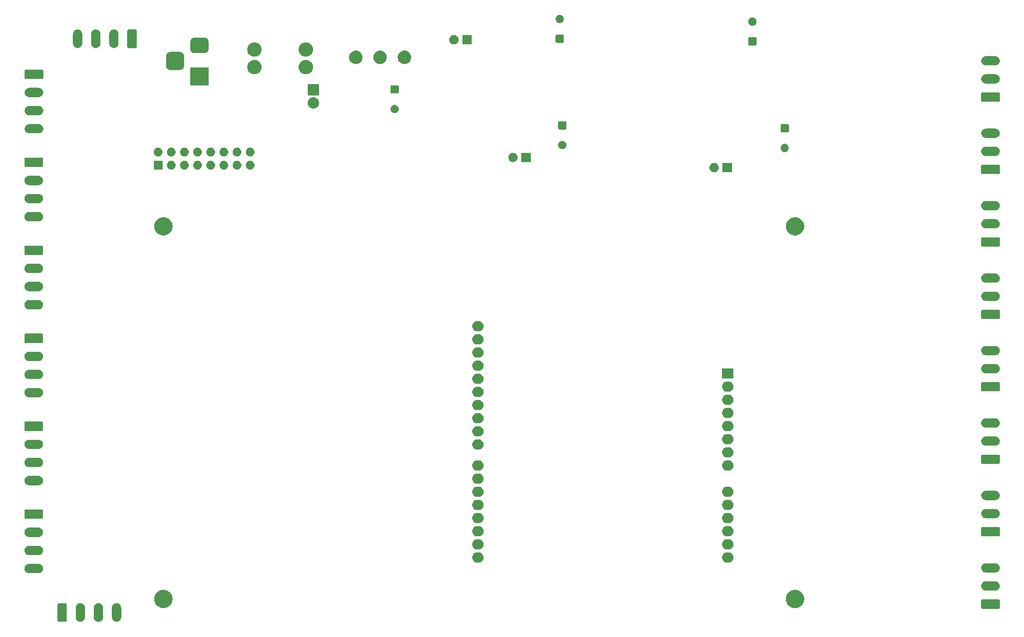
<source format=gbr>
%TF.GenerationSoftware,KiCad,Pcbnew,9.0.6-9.0.6~ubuntu24.04.1*%
%TF.CreationDate,2025-11-28T01:09:23+01:00*%
%TF.ProjectId,HVAC_STM32F7_PCB,48564143-5f53-4544-9d33-3246375f5043,rev?*%
%TF.SameCoordinates,Original*%
%TF.FileFunction,Soldermask,Bot*%
%TF.FilePolarity,Negative*%
%FSLAX46Y46*%
G04 Gerber Fmt 4.6, Leading zero omitted, Abs format (unit mm)*
G04 Created by KiCad (PCBNEW 9.0.6-9.0.6~ubuntu24.04.1) date 2025-11-28 01:09:23*
%MOMM*%
%LPD*%
G01*
G04 APERTURE LIST*
G04 APERTURE END LIST*
G36*
X45654850Y-147200964D02*
G01*
X45705040Y-147206787D01*
X45722189Y-147214359D01*
X45745671Y-147219030D01*
X45770810Y-147235827D01*
X45790696Y-147244608D01*
X45804277Y-147258189D01*
X45826777Y-147273223D01*
X45841810Y-147295722D01*
X45855391Y-147309303D01*
X45864170Y-147329186D01*
X45880970Y-147354329D01*
X45885641Y-147377812D01*
X45893212Y-147394959D01*
X45899033Y-147445139D01*
X45900000Y-147450000D01*
X45900000Y-150550000D01*
X45899032Y-150554863D01*
X45893212Y-150605040D01*
X45885641Y-150622185D01*
X45880970Y-150645671D01*
X45864169Y-150670815D01*
X45855391Y-150690696D01*
X45841812Y-150704274D01*
X45826777Y-150726777D01*
X45804274Y-150741812D01*
X45790696Y-150755391D01*
X45770815Y-150764169D01*
X45745671Y-150780970D01*
X45722185Y-150785641D01*
X45705040Y-150793212D01*
X45654861Y-150799032D01*
X45650000Y-150800000D01*
X44350000Y-150800000D01*
X44345138Y-150799032D01*
X44294959Y-150793212D01*
X44277812Y-150785641D01*
X44254329Y-150780970D01*
X44229186Y-150764170D01*
X44209303Y-150755391D01*
X44195722Y-150741810D01*
X44173223Y-150726777D01*
X44158189Y-150704277D01*
X44144608Y-150690696D01*
X44135827Y-150670810D01*
X44119030Y-150645671D01*
X44114359Y-150622189D01*
X44106787Y-150605040D01*
X44100964Y-150554849D01*
X44100000Y-150550000D01*
X44100000Y-147450000D01*
X44100964Y-147445150D01*
X44106787Y-147394959D01*
X44114359Y-147377808D01*
X44119030Y-147354329D01*
X44135826Y-147329191D01*
X44144608Y-147309303D01*
X44158191Y-147295719D01*
X44173223Y-147273223D01*
X44195719Y-147258191D01*
X44209303Y-147244608D01*
X44229191Y-147235826D01*
X44254329Y-147219030D01*
X44277808Y-147214359D01*
X44294959Y-147206787D01*
X44345151Y-147200964D01*
X44350000Y-147200000D01*
X45650000Y-147200000D01*
X45654850Y-147200964D01*
G37*
G36*
X48761256Y-147238754D02*
G01*
X48924257Y-147306271D01*
X49070954Y-147404291D01*
X49195709Y-147529046D01*
X49293729Y-147675743D01*
X49361246Y-147838744D01*
X49395666Y-148011785D01*
X49400000Y-148100000D01*
X49400000Y-149900000D01*
X49395666Y-149988215D01*
X49361246Y-150161256D01*
X49293729Y-150324257D01*
X49195709Y-150470954D01*
X49070954Y-150595709D01*
X48924257Y-150693729D01*
X48761256Y-150761246D01*
X48588215Y-150795666D01*
X48411785Y-150795666D01*
X48238744Y-150761246D01*
X48075743Y-150693729D01*
X47929046Y-150595709D01*
X47804291Y-150470954D01*
X47706271Y-150324257D01*
X47638754Y-150161256D01*
X47604334Y-149988215D01*
X47600000Y-149900000D01*
X47600000Y-148100000D01*
X47604334Y-148011785D01*
X47638754Y-147838744D01*
X47706271Y-147675743D01*
X47804291Y-147529046D01*
X47929046Y-147404291D01*
X48075743Y-147306271D01*
X48238744Y-147238754D01*
X48411785Y-147204334D01*
X48588215Y-147204334D01*
X48761256Y-147238754D01*
G37*
G36*
X52261256Y-147238754D02*
G01*
X52424257Y-147306271D01*
X52570954Y-147404291D01*
X52695709Y-147529046D01*
X52793729Y-147675743D01*
X52861246Y-147838744D01*
X52895666Y-148011785D01*
X52900000Y-148100000D01*
X52900000Y-149900000D01*
X52895666Y-149988215D01*
X52861246Y-150161256D01*
X52793729Y-150324257D01*
X52695709Y-150470954D01*
X52570954Y-150595709D01*
X52424257Y-150693729D01*
X52261256Y-150761246D01*
X52088215Y-150795666D01*
X51911785Y-150795666D01*
X51738744Y-150761246D01*
X51575743Y-150693729D01*
X51429046Y-150595709D01*
X51304291Y-150470954D01*
X51206271Y-150324257D01*
X51138754Y-150161256D01*
X51104334Y-149988215D01*
X51100000Y-149900000D01*
X51100000Y-148100000D01*
X51104334Y-148011785D01*
X51138754Y-147838744D01*
X51206271Y-147675743D01*
X51304291Y-147529046D01*
X51429046Y-147404291D01*
X51575743Y-147306271D01*
X51738744Y-147238754D01*
X51911785Y-147204334D01*
X52088215Y-147204334D01*
X52261256Y-147238754D01*
G37*
G36*
X55761256Y-147238754D02*
G01*
X55924257Y-147306271D01*
X56070954Y-147404291D01*
X56195709Y-147529046D01*
X56293729Y-147675743D01*
X56361246Y-147838744D01*
X56395666Y-148011785D01*
X56400000Y-148100000D01*
X56400000Y-149900000D01*
X56395666Y-149988215D01*
X56361246Y-150161256D01*
X56293729Y-150324257D01*
X56195709Y-150470954D01*
X56070954Y-150595709D01*
X55924257Y-150693729D01*
X55761256Y-150761246D01*
X55588215Y-150795666D01*
X55411785Y-150795666D01*
X55238744Y-150761246D01*
X55075743Y-150693729D01*
X54929046Y-150595709D01*
X54804291Y-150470954D01*
X54706271Y-150324257D01*
X54638754Y-150161256D01*
X54604334Y-149988215D01*
X54600000Y-149900000D01*
X54600000Y-148100000D01*
X54604334Y-148011785D01*
X54638754Y-147838744D01*
X54706271Y-147675743D01*
X54804291Y-147529046D01*
X54929046Y-147404291D01*
X55075743Y-147306271D01*
X55238744Y-147238754D01*
X55411785Y-147204334D01*
X55588215Y-147204334D01*
X55761256Y-147238754D01*
G37*
G36*
X225854850Y-146475964D02*
G01*
X225905040Y-146481787D01*
X225922189Y-146489359D01*
X225945671Y-146494030D01*
X225970810Y-146510827D01*
X225990696Y-146519608D01*
X226004277Y-146533189D01*
X226026777Y-146548223D01*
X226041810Y-146570722D01*
X226055391Y-146584303D01*
X226064170Y-146604186D01*
X226080970Y-146629329D01*
X226085641Y-146652812D01*
X226093212Y-146669959D01*
X226099033Y-146720139D01*
X226100000Y-146725000D01*
X226100000Y-148025000D01*
X226099032Y-148029863D01*
X226093212Y-148080040D01*
X226085641Y-148097185D01*
X226080970Y-148120671D01*
X226064169Y-148145815D01*
X226055391Y-148165696D01*
X226041812Y-148179274D01*
X226026777Y-148201777D01*
X226004274Y-148216812D01*
X225990696Y-148230391D01*
X225970815Y-148239169D01*
X225945671Y-148255970D01*
X225922185Y-148260641D01*
X225905040Y-148268212D01*
X225854861Y-148274032D01*
X225850000Y-148275000D01*
X222750000Y-148275000D01*
X222745138Y-148274032D01*
X222694959Y-148268212D01*
X222677812Y-148260641D01*
X222654329Y-148255970D01*
X222629186Y-148239170D01*
X222609303Y-148230391D01*
X222595722Y-148216810D01*
X222573223Y-148201777D01*
X222558189Y-148179277D01*
X222544608Y-148165696D01*
X222535827Y-148145810D01*
X222519030Y-148120671D01*
X222514359Y-148097189D01*
X222506787Y-148080040D01*
X222500964Y-148029849D01*
X222500000Y-148025000D01*
X222500000Y-146725000D01*
X222500964Y-146720150D01*
X222506787Y-146669959D01*
X222514359Y-146652808D01*
X222519030Y-146629329D01*
X222535826Y-146604191D01*
X222544608Y-146584303D01*
X222558191Y-146570719D01*
X222573223Y-146548223D01*
X222595719Y-146533191D01*
X222609303Y-146519608D01*
X222629191Y-146510826D01*
X222654329Y-146494030D01*
X222677808Y-146489359D01*
X222694959Y-146481787D01*
X222745151Y-146475964D01*
X222750000Y-146475000D01*
X225850000Y-146475000D01*
X225854850Y-146475964D01*
G37*
G36*
X64895310Y-144639010D02*
G01*
X65118948Y-144698934D01*
X65332851Y-144787535D01*
X65533359Y-144903299D01*
X65717042Y-145044244D01*
X65880756Y-145207958D01*
X66021701Y-145391641D01*
X66137465Y-145592149D01*
X66226066Y-145806052D01*
X66285990Y-146029690D01*
X66316210Y-146259236D01*
X66316210Y-146490764D01*
X66285990Y-146720310D01*
X66226066Y-146943948D01*
X66137465Y-147157851D01*
X66021701Y-147358359D01*
X65880756Y-147542042D01*
X65717042Y-147705756D01*
X65533359Y-147846701D01*
X65332851Y-147962465D01*
X65118948Y-148051066D01*
X64895310Y-148110990D01*
X64665764Y-148141210D01*
X64434236Y-148141210D01*
X64204690Y-148110990D01*
X63981052Y-148051066D01*
X63767149Y-147962465D01*
X63566641Y-147846701D01*
X63382958Y-147705756D01*
X63219244Y-147542042D01*
X63078299Y-147358359D01*
X62962535Y-147157851D01*
X62873934Y-146943948D01*
X62814010Y-146720310D01*
X62783790Y-146490764D01*
X62783790Y-146259236D01*
X62814010Y-146029690D01*
X62873934Y-145806052D01*
X62962535Y-145592149D01*
X63078299Y-145391641D01*
X63219244Y-145207958D01*
X63382958Y-145044244D01*
X63566641Y-144903299D01*
X63767149Y-144787535D01*
X63981052Y-144698934D01*
X64204690Y-144639010D01*
X64434236Y-144608790D01*
X64665764Y-144608790D01*
X64895310Y-144639010D01*
G37*
G36*
X186895310Y-144639010D02*
G01*
X187118948Y-144698934D01*
X187332851Y-144787535D01*
X187533359Y-144903299D01*
X187717042Y-145044244D01*
X187880756Y-145207958D01*
X188021701Y-145391641D01*
X188137465Y-145592149D01*
X188226066Y-145806052D01*
X188285990Y-146029690D01*
X188316210Y-146259236D01*
X188316210Y-146490764D01*
X188285990Y-146720310D01*
X188226066Y-146943948D01*
X188137465Y-147157851D01*
X188021701Y-147358359D01*
X187880756Y-147542042D01*
X187717042Y-147705756D01*
X187533359Y-147846701D01*
X187332851Y-147962465D01*
X187118948Y-148051066D01*
X186895310Y-148110990D01*
X186665764Y-148141210D01*
X186434236Y-148141210D01*
X186204690Y-148110990D01*
X185981052Y-148051066D01*
X185767149Y-147962465D01*
X185566641Y-147846701D01*
X185382958Y-147705756D01*
X185219244Y-147542042D01*
X185078299Y-147358359D01*
X184962535Y-147157851D01*
X184873934Y-146943948D01*
X184814010Y-146720310D01*
X184783790Y-146490764D01*
X184783790Y-146259236D01*
X184814010Y-146029690D01*
X184873934Y-145806052D01*
X184962535Y-145592149D01*
X185078299Y-145391641D01*
X185219244Y-145207958D01*
X185382958Y-145044244D01*
X185566641Y-144903299D01*
X185767149Y-144787535D01*
X185981052Y-144698934D01*
X186204690Y-144639010D01*
X186434236Y-144608790D01*
X186665764Y-144608790D01*
X186895310Y-144639010D01*
G37*
G36*
X225288215Y-142979334D02*
G01*
X225461256Y-143013754D01*
X225624257Y-143081271D01*
X225770954Y-143179291D01*
X225895709Y-143304046D01*
X225993729Y-143450743D01*
X226061246Y-143613744D01*
X226095666Y-143786785D01*
X226095666Y-143963215D01*
X226061246Y-144136256D01*
X225993729Y-144299257D01*
X225895709Y-144445954D01*
X225770954Y-144570709D01*
X225624257Y-144668729D01*
X225461256Y-144736246D01*
X225288215Y-144770666D01*
X225200000Y-144775000D01*
X225198521Y-144775000D01*
X223401479Y-144775000D01*
X223400000Y-144775000D01*
X223311785Y-144770666D01*
X223138744Y-144736246D01*
X222975743Y-144668729D01*
X222829046Y-144570709D01*
X222704291Y-144445954D01*
X222606271Y-144299257D01*
X222538754Y-144136256D01*
X222504334Y-143963215D01*
X222504334Y-143786785D01*
X222538754Y-143613744D01*
X222606271Y-143450743D01*
X222704291Y-143304046D01*
X222829046Y-143179291D01*
X222975743Y-143081271D01*
X223138744Y-143013754D01*
X223311785Y-142979334D01*
X223400000Y-142975000D01*
X225200000Y-142975000D01*
X225288215Y-142979334D01*
G37*
G36*
X40488215Y-139604334D02*
G01*
X40661256Y-139638754D01*
X40824257Y-139706271D01*
X40970954Y-139804291D01*
X41095709Y-139929046D01*
X41193729Y-140075743D01*
X41261246Y-140238744D01*
X41295666Y-140411785D01*
X41295666Y-140588215D01*
X41261246Y-140761256D01*
X41193729Y-140924257D01*
X41095709Y-141070954D01*
X40970954Y-141195709D01*
X40824257Y-141293729D01*
X40661256Y-141361246D01*
X40488215Y-141395666D01*
X40400000Y-141400000D01*
X40398521Y-141400000D01*
X38601479Y-141400000D01*
X38600000Y-141400000D01*
X38511785Y-141395666D01*
X38338744Y-141361246D01*
X38175743Y-141293729D01*
X38029046Y-141195709D01*
X37904291Y-141070954D01*
X37806271Y-140924257D01*
X37738754Y-140761256D01*
X37704334Y-140588215D01*
X37704334Y-140411785D01*
X37738754Y-140238744D01*
X37806271Y-140075743D01*
X37904291Y-139929046D01*
X38029046Y-139804291D01*
X38175743Y-139706271D01*
X38338744Y-139638754D01*
X38511785Y-139604334D01*
X38600000Y-139600000D01*
X40400000Y-139600000D01*
X40488215Y-139604334D01*
G37*
G36*
X225288215Y-139479334D02*
G01*
X225461256Y-139513754D01*
X225624257Y-139581271D01*
X225770954Y-139679291D01*
X225895709Y-139804046D01*
X225993729Y-139950743D01*
X226061246Y-140113744D01*
X226095666Y-140286785D01*
X226095666Y-140463215D01*
X226061246Y-140636256D01*
X225993729Y-140799257D01*
X225895709Y-140945954D01*
X225770954Y-141070709D01*
X225624257Y-141168729D01*
X225461256Y-141236246D01*
X225288215Y-141270666D01*
X225200000Y-141275000D01*
X225198521Y-141275000D01*
X223401479Y-141275000D01*
X223400000Y-141275000D01*
X223311785Y-141270666D01*
X223138744Y-141236246D01*
X222975743Y-141168729D01*
X222829046Y-141070709D01*
X222704291Y-140945954D01*
X222606271Y-140799257D01*
X222538754Y-140636256D01*
X222504334Y-140463215D01*
X222504334Y-140286785D01*
X222538754Y-140113744D01*
X222606271Y-139950743D01*
X222704291Y-139804046D01*
X222829046Y-139679291D01*
X222975743Y-139581271D01*
X223138744Y-139513754D01*
X223311785Y-139479334D01*
X223400000Y-139475000D01*
X225200000Y-139475000D01*
X225288215Y-139479334D01*
G37*
G36*
X125488017Y-137379815D02*
G01*
X125680285Y-137418060D01*
X125861397Y-137493079D01*
X126024393Y-137601990D01*
X126163010Y-137740607D01*
X126271921Y-137903603D01*
X126346940Y-138084715D01*
X126385185Y-138276983D01*
X126385185Y-138473017D01*
X126346940Y-138665285D01*
X126271921Y-138846397D01*
X126163010Y-139009393D01*
X126024393Y-139148010D01*
X125861397Y-139256921D01*
X125680285Y-139331940D01*
X125488017Y-139370185D01*
X125390000Y-139375000D01*
X125388522Y-139375000D01*
X125191478Y-139375000D01*
X125190000Y-139375000D01*
X125091983Y-139370185D01*
X124899715Y-139331940D01*
X124718603Y-139256921D01*
X124555607Y-139148010D01*
X124416990Y-139009393D01*
X124308079Y-138846397D01*
X124233060Y-138665285D01*
X124194815Y-138473017D01*
X124194815Y-138276983D01*
X124233060Y-138084715D01*
X124308079Y-137903603D01*
X124416990Y-137740607D01*
X124555607Y-137601990D01*
X124718603Y-137493079D01*
X124899715Y-137418060D01*
X125091983Y-137379815D01*
X125190000Y-137375000D01*
X125390000Y-137375000D01*
X125488017Y-137379815D01*
G37*
G36*
X173748017Y-137379815D02*
G01*
X173940285Y-137418060D01*
X174121397Y-137493079D01*
X174284393Y-137601990D01*
X174423010Y-137740607D01*
X174531921Y-137903603D01*
X174606940Y-138084715D01*
X174645185Y-138276983D01*
X174645185Y-138473017D01*
X174606940Y-138665285D01*
X174531921Y-138846397D01*
X174423010Y-139009393D01*
X174284393Y-139148010D01*
X174121397Y-139256921D01*
X173940285Y-139331940D01*
X173748017Y-139370185D01*
X173650000Y-139375000D01*
X173648522Y-139375000D01*
X173451478Y-139375000D01*
X173450000Y-139375000D01*
X173351983Y-139370185D01*
X173159715Y-139331940D01*
X172978603Y-139256921D01*
X172815607Y-139148010D01*
X172676990Y-139009393D01*
X172568079Y-138846397D01*
X172493060Y-138665285D01*
X172454815Y-138473017D01*
X172454815Y-138276983D01*
X172493060Y-138084715D01*
X172568079Y-137903603D01*
X172676990Y-137740607D01*
X172815607Y-137601990D01*
X172978603Y-137493079D01*
X173159715Y-137418060D01*
X173351983Y-137379815D01*
X173450000Y-137375000D01*
X173650000Y-137375000D01*
X173748017Y-137379815D01*
G37*
G36*
X40488215Y-136104334D02*
G01*
X40661256Y-136138754D01*
X40824257Y-136206271D01*
X40970954Y-136304291D01*
X41095709Y-136429046D01*
X41193729Y-136575743D01*
X41261246Y-136738744D01*
X41295666Y-136911785D01*
X41295666Y-137088215D01*
X41261246Y-137261256D01*
X41193729Y-137424257D01*
X41095709Y-137570954D01*
X40970954Y-137695709D01*
X40824257Y-137793729D01*
X40661256Y-137861246D01*
X40488215Y-137895666D01*
X40400000Y-137900000D01*
X40398521Y-137900000D01*
X38601479Y-137900000D01*
X38600000Y-137900000D01*
X38511785Y-137895666D01*
X38338744Y-137861246D01*
X38175743Y-137793729D01*
X38029046Y-137695709D01*
X37904291Y-137570954D01*
X37806271Y-137424257D01*
X37738754Y-137261256D01*
X37704334Y-137088215D01*
X37704334Y-136911785D01*
X37738754Y-136738744D01*
X37806271Y-136575743D01*
X37904291Y-136429046D01*
X38029046Y-136304291D01*
X38175743Y-136206271D01*
X38338744Y-136138754D01*
X38511785Y-136104334D01*
X38600000Y-136100000D01*
X40400000Y-136100000D01*
X40488215Y-136104334D01*
G37*
G36*
X125488017Y-134839815D02*
G01*
X125680285Y-134878060D01*
X125861397Y-134953079D01*
X126024393Y-135061990D01*
X126163010Y-135200607D01*
X126271921Y-135363603D01*
X126346940Y-135544715D01*
X126385185Y-135736983D01*
X126385185Y-135933017D01*
X126346940Y-136125285D01*
X126271921Y-136306397D01*
X126163010Y-136469393D01*
X126024393Y-136608010D01*
X125861397Y-136716921D01*
X125680285Y-136791940D01*
X125488017Y-136830185D01*
X125390000Y-136835000D01*
X125388522Y-136835000D01*
X125191478Y-136835000D01*
X125190000Y-136835000D01*
X125091983Y-136830185D01*
X124899715Y-136791940D01*
X124718603Y-136716921D01*
X124555607Y-136608010D01*
X124416990Y-136469393D01*
X124308079Y-136306397D01*
X124233060Y-136125285D01*
X124194815Y-135933017D01*
X124194815Y-135736983D01*
X124233060Y-135544715D01*
X124308079Y-135363603D01*
X124416990Y-135200607D01*
X124555607Y-135061990D01*
X124718603Y-134953079D01*
X124899715Y-134878060D01*
X125091983Y-134839815D01*
X125190000Y-134835000D01*
X125390000Y-134835000D01*
X125488017Y-134839815D01*
G37*
G36*
X173748017Y-134839815D02*
G01*
X173940285Y-134878060D01*
X174121397Y-134953079D01*
X174284393Y-135061990D01*
X174423010Y-135200607D01*
X174531921Y-135363603D01*
X174606940Y-135544715D01*
X174645185Y-135736983D01*
X174645185Y-135933017D01*
X174606940Y-136125285D01*
X174531921Y-136306397D01*
X174423010Y-136469393D01*
X174284393Y-136608010D01*
X174121397Y-136716921D01*
X173940285Y-136791940D01*
X173748017Y-136830185D01*
X173650000Y-136835000D01*
X173648522Y-136835000D01*
X173451478Y-136835000D01*
X173450000Y-136835000D01*
X173351983Y-136830185D01*
X173159715Y-136791940D01*
X172978603Y-136716921D01*
X172815607Y-136608010D01*
X172676990Y-136469393D01*
X172568079Y-136306397D01*
X172493060Y-136125285D01*
X172454815Y-135933017D01*
X172454815Y-135736983D01*
X172493060Y-135544715D01*
X172568079Y-135363603D01*
X172676990Y-135200607D01*
X172815607Y-135061990D01*
X172978603Y-134953079D01*
X173159715Y-134878060D01*
X173351983Y-134839815D01*
X173450000Y-134835000D01*
X173650000Y-134835000D01*
X173748017Y-134839815D01*
G37*
G36*
X40488215Y-132604334D02*
G01*
X40661256Y-132638754D01*
X40824257Y-132706271D01*
X40970954Y-132804291D01*
X41095709Y-132929046D01*
X41193729Y-133075743D01*
X41261246Y-133238744D01*
X41295666Y-133411785D01*
X41295666Y-133588215D01*
X41261246Y-133761256D01*
X41193729Y-133924257D01*
X41095709Y-134070954D01*
X40970954Y-134195709D01*
X40824257Y-134293729D01*
X40661256Y-134361246D01*
X40488215Y-134395666D01*
X40400000Y-134400000D01*
X40398521Y-134400000D01*
X38601479Y-134400000D01*
X38600000Y-134400000D01*
X38511785Y-134395666D01*
X38338744Y-134361246D01*
X38175743Y-134293729D01*
X38029046Y-134195709D01*
X37904291Y-134070954D01*
X37806271Y-133924257D01*
X37738754Y-133761256D01*
X37704334Y-133588215D01*
X37704334Y-133411785D01*
X37738754Y-133238744D01*
X37806271Y-133075743D01*
X37904291Y-132929046D01*
X38029046Y-132804291D01*
X38175743Y-132706271D01*
X38338744Y-132638754D01*
X38511785Y-132604334D01*
X38600000Y-132600000D01*
X40400000Y-132600000D01*
X40488215Y-132604334D01*
G37*
G36*
X125488017Y-132299815D02*
G01*
X125680285Y-132338060D01*
X125861397Y-132413079D01*
X126024393Y-132521990D01*
X126163010Y-132660607D01*
X126271921Y-132823603D01*
X126346940Y-133004715D01*
X126385185Y-133196983D01*
X126385185Y-133393017D01*
X126346940Y-133585285D01*
X126271921Y-133766397D01*
X126163010Y-133929393D01*
X126024393Y-134068010D01*
X125861397Y-134176921D01*
X125680285Y-134251940D01*
X125488017Y-134290185D01*
X125390000Y-134295000D01*
X125388522Y-134295000D01*
X125191478Y-134295000D01*
X125190000Y-134295000D01*
X125091983Y-134290185D01*
X124899715Y-134251940D01*
X124718603Y-134176921D01*
X124555607Y-134068010D01*
X124416990Y-133929393D01*
X124308079Y-133766397D01*
X124233060Y-133585285D01*
X124194815Y-133393017D01*
X124194815Y-133196983D01*
X124233060Y-133004715D01*
X124308079Y-132823603D01*
X124416990Y-132660607D01*
X124555607Y-132521990D01*
X124718603Y-132413079D01*
X124899715Y-132338060D01*
X125091983Y-132299815D01*
X125190000Y-132295000D01*
X125390000Y-132295000D01*
X125488017Y-132299815D01*
G37*
G36*
X173748017Y-132299815D02*
G01*
X173940285Y-132338060D01*
X174121397Y-132413079D01*
X174284393Y-132521990D01*
X174423010Y-132660607D01*
X174531921Y-132823603D01*
X174606940Y-133004715D01*
X174645185Y-133196983D01*
X174645185Y-133393017D01*
X174606940Y-133585285D01*
X174531921Y-133766397D01*
X174423010Y-133929393D01*
X174284393Y-134068010D01*
X174121397Y-134176921D01*
X173940285Y-134251940D01*
X173748017Y-134290185D01*
X173650000Y-134295000D01*
X173648522Y-134295000D01*
X173451478Y-134295000D01*
X173450000Y-134295000D01*
X173351983Y-134290185D01*
X173159715Y-134251940D01*
X172978603Y-134176921D01*
X172815607Y-134068010D01*
X172676990Y-133929393D01*
X172568079Y-133766397D01*
X172493060Y-133585285D01*
X172454815Y-133393017D01*
X172454815Y-133196983D01*
X172493060Y-133004715D01*
X172568079Y-132823603D01*
X172676990Y-132660607D01*
X172815607Y-132521990D01*
X172978603Y-132413079D01*
X173159715Y-132338060D01*
X173351983Y-132299815D01*
X173450000Y-132295000D01*
X173650000Y-132295000D01*
X173748017Y-132299815D01*
G37*
G36*
X225854850Y-132475964D02*
G01*
X225905040Y-132481787D01*
X225922189Y-132489359D01*
X225945671Y-132494030D01*
X225970810Y-132510827D01*
X225990696Y-132519608D01*
X226004277Y-132533189D01*
X226026777Y-132548223D01*
X226041810Y-132570722D01*
X226055391Y-132584303D01*
X226064170Y-132604186D01*
X226080970Y-132629329D01*
X226085641Y-132652812D01*
X226093212Y-132669959D01*
X226099033Y-132720139D01*
X226100000Y-132725000D01*
X226100000Y-134025000D01*
X226099032Y-134029863D01*
X226093212Y-134080040D01*
X226085641Y-134097185D01*
X226080970Y-134120671D01*
X226064169Y-134145815D01*
X226055391Y-134165696D01*
X226041812Y-134179274D01*
X226026777Y-134201777D01*
X226004274Y-134216812D01*
X225990696Y-134230391D01*
X225970815Y-134239169D01*
X225945671Y-134255970D01*
X225922185Y-134260641D01*
X225905040Y-134268212D01*
X225854861Y-134274032D01*
X225850000Y-134275000D01*
X222750000Y-134275000D01*
X222745138Y-134274032D01*
X222694959Y-134268212D01*
X222677812Y-134260641D01*
X222654329Y-134255970D01*
X222629186Y-134239170D01*
X222609303Y-134230391D01*
X222595722Y-134216810D01*
X222573223Y-134201777D01*
X222558189Y-134179277D01*
X222544608Y-134165696D01*
X222535827Y-134145810D01*
X222519030Y-134120671D01*
X222514359Y-134097189D01*
X222506787Y-134080040D01*
X222500964Y-134029849D01*
X222500000Y-134025000D01*
X222500000Y-132725000D01*
X222500964Y-132720150D01*
X222506787Y-132669959D01*
X222514359Y-132652808D01*
X222519030Y-132629329D01*
X222535826Y-132604191D01*
X222544608Y-132584303D01*
X222558191Y-132570719D01*
X222573223Y-132548223D01*
X222595719Y-132533191D01*
X222609303Y-132519608D01*
X222629191Y-132510826D01*
X222654329Y-132494030D01*
X222677808Y-132489359D01*
X222694959Y-132481787D01*
X222745151Y-132475964D01*
X222750000Y-132475000D01*
X225850000Y-132475000D01*
X225854850Y-132475964D01*
G37*
G36*
X125488017Y-129759815D02*
G01*
X125680285Y-129798060D01*
X125861397Y-129873079D01*
X126024393Y-129981990D01*
X126163010Y-130120607D01*
X126271921Y-130283603D01*
X126346940Y-130464715D01*
X126385185Y-130656983D01*
X126385185Y-130853017D01*
X126346940Y-131045285D01*
X126271921Y-131226397D01*
X126163010Y-131389393D01*
X126024393Y-131528010D01*
X125861397Y-131636921D01*
X125680285Y-131711940D01*
X125488017Y-131750185D01*
X125390000Y-131755000D01*
X125388522Y-131755000D01*
X125191478Y-131755000D01*
X125190000Y-131755000D01*
X125091983Y-131750185D01*
X124899715Y-131711940D01*
X124718603Y-131636921D01*
X124555607Y-131528010D01*
X124416990Y-131389393D01*
X124308079Y-131226397D01*
X124233060Y-131045285D01*
X124194815Y-130853017D01*
X124194815Y-130656983D01*
X124233060Y-130464715D01*
X124308079Y-130283603D01*
X124416990Y-130120607D01*
X124555607Y-129981990D01*
X124718603Y-129873079D01*
X124899715Y-129798060D01*
X125091983Y-129759815D01*
X125190000Y-129755000D01*
X125390000Y-129755000D01*
X125488017Y-129759815D01*
G37*
G36*
X173748017Y-129759815D02*
G01*
X173940285Y-129798060D01*
X174121397Y-129873079D01*
X174284393Y-129981990D01*
X174423010Y-130120607D01*
X174531921Y-130283603D01*
X174606940Y-130464715D01*
X174645185Y-130656983D01*
X174645185Y-130853017D01*
X174606940Y-131045285D01*
X174531921Y-131226397D01*
X174423010Y-131389393D01*
X174284393Y-131528010D01*
X174121397Y-131636921D01*
X173940285Y-131711940D01*
X173748017Y-131750185D01*
X173650000Y-131755000D01*
X173648522Y-131755000D01*
X173451478Y-131755000D01*
X173450000Y-131755000D01*
X173351983Y-131750185D01*
X173159715Y-131711940D01*
X172978603Y-131636921D01*
X172815607Y-131528010D01*
X172676990Y-131389393D01*
X172568079Y-131226397D01*
X172493060Y-131045285D01*
X172454815Y-130853017D01*
X172454815Y-130656983D01*
X172493060Y-130464715D01*
X172568079Y-130283603D01*
X172676990Y-130120607D01*
X172815607Y-129981990D01*
X172978603Y-129873079D01*
X173159715Y-129798060D01*
X173351983Y-129759815D01*
X173450000Y-129755000D01*
X173650000Y-129755000D01*
X173748017Y-129759815D01*
G37*
G36*
X41054850Y-129100964D02*
G01*
X41105040Y-129106787D01*
X41122189Y-129114359D01*
X41145671Y-129119030D01*
X41170810Y-129135827D01*
X41190696Y-129144608D01*
X41204277Y-129158189D01*
X41226777Y-129173223D01*
X41241810Y-129195722D01*
X41255391Y-129209303D01*
X41264170Y-129229186D01*
X41280970Y-129254329D01*
X41285641Y-129277812D01*
X41293212Y-129294959D01*
X41299033Y-129345139D01*
X41300000Y-129350000D01*
X41300000Y-130650000D01*
X41299032Y-130654863D01*
X41293212Y-130705040D01*
X41285641Y-130722185D01*
X41280970Y-130745671D01*
X41264169Y-130770815D01*
X41255391Y-130790696D01*
X41241812Y-130804274D01*
X41226777Y-130826777D01*
X41204274Y-130841812D01*
X41190696Y-130855391D01*
X41170815Y-130864169D01*
X41145671Y-130880970D01*
X41122185Y-130885641D01*
X41105040Y-130893212D01*
X41054861Y-130899032D01*
X41050000Y-130900000D01*
X37950000Y-130900000D01*
X37945138Y-130899032D01*
X37894959Y-130893212D01*
X37877812Y-130885641D01*
X37854329Y-130880970D01*
X37829186Y-130864170D01*
X37809303Y-130855391D01*
X37795722Y-130841810D01*
X37773223Y-130826777D01*
X37758189Y-130804277D01*
X37744608Y-130790696D01*
X37735827Y-130770810D01*
X37719030Y-130745671D01*
X37714359Y-130722189D01*
X37706787Y-130705040D01*
X37700964Y-130654849D01*
X37700000Y-130650000D01*
X37700000Y-129350000D01*
X37700964Y-129345150D01*
X37706787Y-129294959D01*
X37714359Y-129277808D01*
X37719030Y-129254329D01*
X37735826Y-129229191D01*
X37744608Y-129209303D01*
X37758191Y-129195719D01*
X37773223Y-129173223D01*
X37795719Y-129158191D01*
X37809303Y-129144608D01*
X37829191Y-129135826D01*
X37854329Y-129119030D01*
X37877808Y-129114359D01*
X37894959Y-129106787D01*
X37945151Y-129100964D01*
X37950000Y-129100000D01*
X41050000Y-129100000D01*
X41054850Y-129100964D01*
G37*
G36*
X225288215Y-128979334D02*
G01*
X225461256Y-129013754D01*
X225624257Y-129081271D01*
X225770954Y-129179291D01*
X225895709Y-129304046D01*
X225993729Y-129450743D01*
X226061246Y-129613744D01*
X226095666Y-129786785D01*
X226095666Y-129963215D01*
X226061246Y-130136256D01*
X225993729Y-130299257D01*
X225895709Y-130445954D01*
X225770954Y-130570709D01*
X225624257Y-130668729D01*
X225461256Y-130736246D01*
X225288215Y-130770666D01*
X225200000Y-130775000D01*
X225198521Y-130775000D01*
X223401479Y-130775000D01*
X223400000Y-130775000D01*
X223311785Y-130770666D01*
X223138744Y-130736246D01*
X222975743Y-130668729D01*
X222829046Y-130570709D01*
X222704291Y-130445954D01*
X222606271Y-130299257D01*
X222538754Y-130136256D01*
X222504334Y-129963215D01*
X222504334Y-129786785D01*
X222538754Y-129613744D01*
X222606271Y-129450743D01*
X222704291Y-129304046D01*
X222829046Y-129179291D01*
X222975743Y-129081271D01*
X223138744Y-129013754D01*
X223311785Y-128979334D01*
X223400000Y-128975000D01*
X225200000Y-128975000D01*
X225288215Y-128979334D01*
G37*
G36*
X125488017Y-127219815D02*
G01*
X125680285Y-127258060D01*
X125861397Y-127333079D01*
X126024393Y-127441990D01*
X126163010Y-127580607D01*
X126271921Y-127743603D01*
X126346940Y-127924715D01*
X126385185Y-128116983D01*
X126385185Y-128313017D01*
X126346940Y-128505285D01*
X126271921Y-128686397D01*
X126163010Y-128849393D01*
X126024393Y-128988010D01*
X125861397Y-129096921D01*
X125680285Y-129171940D01*
X125488017Y-129210185D01*
X125390000Y-129215000D01*
X125388522Y-129215000D01*
X125191478Y-129215000D01*
X125190000Y-129215000D01*
X125091983Y-129210185D01*
X124899715Y-129171940D01*
X124718603Y-129096921D01*
X124555607Y-128988010D01*
X124416990Y-128849393D01*
X124308079Y-128686397D01*
X124233060Y-128505285D01*
X124194815Y-128313017D01*
X124194815Y-128116983D01*
X124233060Y-127924715D01*
X124308079Y-127743603D01*
X124416990Y-127580607D01*
X124555607Y-127441990D01*
X124718603Y-127333079D01*
X124899715Y-127258060D01*
X125091983Y-127219815D01*
X125190000Y-127215000D01*
X125390000Y-127215000D01*
X125488017Y-127219815D01*
G37*
G36*
X173748017Y-127219815D02*
G01*
X173940285Y-127258060D01*
X174121397Y-127333079D01*
X174284393Y-127441990D01*
X174423010Y-127580607D01*
X174531921Y-127743603D01*
X174606940Y-127924715D01*
X174645185Y-128116983D01*
X174645185Y-128313017D01*
X174606940Y-128505285D01*
X174531921Y-128686397D01*
X174423010Y-128849393D01*
X174284393Y-128988010D01*
X174121397Y-129096921D01*
X173940285Y-129171940D01*
X173748017Y-129210185D01*
X173650000Y-129215000D01*
X173648522Y-129215000D01*
X173451478Y-129215000D01*
X173450000Y-129215000D01*
X173351983Y-129210185D01*
X173159715Y-129171940D01*
X172978603Y-129096921D01*
X172815607Y-128988010D01*
X172676990Y-128849393D01*
X172568079Y-128686397D01*
X172493060Y-128505285D01*
X172454815Y-128313017D01*
X172454815Y-128116983D01*
X172493060Y-127924715D01*
X172568079Y-127743603D01*
X172676990Y-127580607D01*
X172815607Y-127441990D01*
X172978603Y-127333079D01*
X173159715Y-127258060D01*
X173351983Y-127219815D01*
X173450000Y-127215000D01*
X173650000Y-127215000D01*
X173748017Y-127219815D01*
G37*
G36*
X225288215Y-125479334D02*
G01*
X225461256Y-125513754D01*
X225624257Y-125581271D01*
X225770954Y-125679291D01*
X225895709Y-125804046D01*
X225993729Y-125950743D01*
X226061246Y-126113744D01*
X226095666Y-126286785D01*
X226095666Y-126463215D01*
X226061246Y-126636256D01*
X225993729Y-126799257D01*
X225895709Y-126945954D01*
X225770954Y-127070709D01*
X225624257Y-127168729D01*
X225461256Y-127236246D01*
X225288215Y-127270666D01*
X225200000Y-127275000D01*
X225198521Y-127275000D01*
X223401479Y-127275000D01*
X223400000Y-127275000D01*
X223311785Y-127270666D01*
X223138744Y-127236246D01*
X222975743Y-127168729D01*
X222829046Y-127070709D01*
X222704291Y-126945954D01*
X222606271Y-126799257D01*
X222538754Y-126636256D01*
X222504334Y-126463215D01*
X222504334Y-126286785D01*
X222538754Y-126113744D01*
X222606271Y-125950743D01*
X222704291Y-125804046D01*
X222829046Y-125679291D01*
X222975743Y-125581271D01*
X223138744Y-125513754D01*
X223311785Y-125479334D01*
X223400000Y-125475000D01*
X225200000Y-125475000D01*
X225288215Y-125479334D01*
G37*
G36*
X125488017Y-124679815D02*
G01*
X125680285Y-124718060D01*
X125861397Y-124793079D01*
X126024393Y-124901990D01*
X126163010Y-125040607D01*
X126271921Y-125203603D01*
X126346940Y-125384715D01*
X126385185Y-125576983D01*
X126385185Y-125773017D01*
X126346940Y-125965285D01*
X126271921Y-126146397D01*
X126163010Y-126309393D01*
X126024393Y-126448010D01*
X125861397Y-126556921D01*
X125680285Y-126631940D01*
X125488017Y-126670185D01*
X125390000Y-126675000D01*
X125388522Y-126675000D01*
X125191478Y-126675000D01*
X125190000Y-126675000D01*
X125091983Y-126670185D01*
X124899715Y-126631940D01*
X124718603Y-126556921D01*
X124555607Y-126448010D01*
X124416990Y-126309393D01*
X124308079Y-126146397D01*
X124233060Y-125965285D01*
X124194815Y-125773017D01*
X124194815Y-125576983D01*
X124233060Y-125384715D01*
X124308079Y-125203603D01*
X124416990Y-125040607D01*
X124555607Y-124901990D01*
X124718603Y-124793079D01*
X124899715Y-124718060D01*
X125091983Y-124679815D01*
X125190000Y-124675000D01*
X125390000Y-124675000D01*
X125488017Y-124679815D01*
G37*
G36*
X173748017Y-124679815D02*
G01*
X173940285Y-124718060D01*
X174121397Y-124793079D01*
X174284393Y-124901990D01*
X174423010Y-125040607D01*
X174531921Y-125203603D01*
X174606940Y-125384715D01*
X174645185Y-125576983D01*
X174645185Y-125773017D01*
X174606940Y-125965285D01*
X174531921Y-126146397D01*
X174423010Y-126309393D01*
X174284393Y-126448010D01*
X174121397Y-126556921D01*
X173940285Y-126631940D01*
X173748017Y-126670185D01*
X173650000Y-126675000D01*
X173648522Y-126675000D01*
X173451478Y-126675000D01*
X173450000Y-126675000D01*
X173351983Y-126670185D01*
X173159715Y-126631940D01*
X172978603Y-126556921D01*
X172815607Y-126448010D01*
X172676990Y-126309393D01*
X172568079Y-126146397D01*
X172493060Y-125965285D01*
X172454815Y-125773017D01*
X172454815Y-125576983D01*
X172493060Y-125384715D01*
X172568079Y-125203603D01*
X172676990Y-125040607D01*
X172815607Y-124901990D01*
X172978603Y-124793079D01*
X173159715Y-124718060D01*
X173351983Y-124679815D01*
X173450000Y-124675000D01*
X173650000Y-124675000D01*
X173748017Y-124679815D01*
G37*
G36*
X40488215Y-122604334D02*
G01*
X40661256Y-122638754D01*
X40824257Y-122706271D01*
X40970954Y-122804291D01*
X41095709Y-122929046D01*
X41193729Y-123075743D01*
X41261246Y-123238744D01*
X41295666Y-123411785D01*
X41295666Y-123588215D01*
X41261246Y-123761256D01*
X41193729Y-123924257D01*
X41095709Y-124070954D01*
X40970954Y-124195709D01*
X40824257Y-124293729D01*
X40661256Y-124361246D01*
X40488215Y-124395666D01*
X40400000Y-124400000D01*
X40398521Y-124400000D01*
X38601479Y-124400000D01*
X38600000Y-124400000D01*
X38511785Y-124395666D01*
X38338744Y-124361246D01*
X38175743Y-124293729D01*
X38029046Y-124195709D01*
X37904291Y-124070954D01*
X37806271Y-123924257D01*
X37738754Y-123761256D01*
X37704334Y-123588215D01*
X37704334Y-123411785D01*
X37738754Y-123238744D01*
X37806271Y-123075743D01*
X37904291Y-122929046D01*
X38029046Y-122804291D01*
X38175743Y-122706271D01*
X38338744Y-122638754D01*
X38511785Y-122604334D01*
X38600000Y-122600000D01*
X40400000Y-122600000D01*
X40488215Y-122604334D01*
G37*
G36*
X125488017Y-122139815D02*
G01*
X125680285Y-122178060D01*
X125861397Y-122253079D01*
X126024393Y-122361990D01*
X126163010Y-122500607D01*
X126271921Y-122663603D01*
X126346940Y-122844715D01*
X126385185Y-123036983D01*
X126385185Y-123233017D01*
X126346940Y-123425285D01*
X126271921Y-123606397D01*
X126163010Y-123769393D01*
X126024393Y-123908010D01*
X125861397Y-124016921D01*
X125680285Y-124091940D01*
X125488017Y-124130185D01*
X125390000Y-124135000D01*
X125388522Y-124135000D01*
X125191478Y-124135000D01*
X125190000Y-124135000D01*
X125091983Y-124130185D01*
X124899715Y-124091940D01*
X124718603Y-124016921D01*
X124555607Y-123908010D01*
X124416990Y-123769393D01*
X124308079Y-123606397D01*
X124233060Y-123425285D01*
X124194815Y-123233017D01*
X124194815Y-123036983D01*
X124233060Y-122844715D01*
X124308079Y-122663603D01*
X124416990Y-122500607D01*
X124555607Y-122361990D01*
X124718603Y-122253079D01*
X124899715Y-122178060D01*
X125091983Y-122139815D01*
X125190000Y-122135000D01*
X125390000Y-122135000D01*
X125488017Y-122139815D01*
G37*
G36*
X125488017Y-119599815D02*
G01*
X125680285Y-119638060D01*
X125861397Y-119713079D01*
X126024393Y-119821990D01*
X126163010Y-119960607D01*
X126271921Y-120123603D01*
X126346940Y-120304715D01*
X126385185Y-120496983D01*
X126385185Y-120693017D01*
X126346940Y-120885285D01*
X126271921Y-121066397D01*
X126163010Y-121229393D01*
X126024393Y-121368010D01*
X125861397Y-121476921D01*
X125680285Y-121551940D01*
X125488017Y-121590185D01*
X125390000Y-121595000D01*
X125388522Y-121595000D01*
X125191478Y-121595000D01*
X125190000Y-121595000D01*
X125091983Y-121590185D01*
X124899715Y-121551940D01*
X124718603Y-121476921D01*
X124555607Y-121368010D01*
X124416990Y-121229393D01*
X124308079Y-121066397D01*
X124233060Y-120885285D01*
X124194815Y-120693017D01*
X124194815Y-120496983D01*
X124233060Y-120304715D01*
X124308079Y-120123603D01*
X124416990Y-119960607D01*
X124555607Y-119821990D01*
X124718603Y-119713079D01*
X124899715Y-119638060D01*
X125091983Y-119599815D01*
X125190000Y-119595000D01*
X125390000Y-119595000D01*
X125488017Y-119599815D01*
G37*
G36*
X173748017Y-119599815D02*
G01*
X173940285Y-119638060D01*
X174121397Y-119713079D01*
X174284393Y-119821990D01*
X174423010Y-119960607D01*
X174531921Y-120123603D01*
X174606940Y-120304715D01*
X174645185Y-120496983D01*
X174645185Y-120693017D01*
X174606940Y-120885285D01*
X174531921Y-121066397D01*
X174423010Y-121229393D01*
X174284393Y-121368010D01*
X174121397Y-121476921D01*
X173940285Y-121551940D01*
X173748017Y-121590185D01*
X173650000Y-121595000D01*
X173648522Y-121595000D01*
X173451478Y-121595000D01*
X173450000Y-121595000D01*
X173351983Y-121590185D01*
X173159715Y-121551940D01*
X172978603Y-121476921D01*
X172815607Y-121368010D01*
X172676990Y-121229393D01*
X172568079Y-121066397D01*
X172493060Y-120885285D01*
X172454815Y-120693017D01*
X172454815Y-120496983D01*
X172493060Y-120304715D01*
X172568079Y-120123603D01*
X172676990Y-119960607D01*
X172815607Y-119821990D01*
X172978603Y-119713079D01*
X173159715Y-119638060D01*
X173351983Y-119599815D01*
X173450000Y-119595000D01*
X173650000Y-119595000D01*
X173748017Y-119599815D01*
G37*
G36*
X40488215Y-119104334D02*
G01*
X40661256Y-119138754D01*
X40824257Y-119206271D01*
X40970954Y-119304291D01*
X41095709Y-119429046D01*
X41193729Y-119575743D01*
X41261246Y-119738744D01*
X41295666Y-119911785D01*
X41295666Y-120088215D01*
X41261246Y-120261256D01*
X41193729Y-120424257D01*
X41095709Y-120570954D01*
X40970954Y-120695709D01*
X40824257Y-120793729D01*
X40661256Y-120861246D01*
X40488215Y-120895666D01*
X40400000Y-120900000D01*
X40398521Y-120900000D01*
X38601479Y-120900000D01*
X38600000Y-120900000D01*
X38511785Y-120895666D01*
X38338744Y-120861246D01*
X38175743Y-120793729D01*
X38029046Y-120695709D01*
X37904291Y-120570954D01*
X37806271Y-120424257D01*
X37738754Y-120261256D01*
X37704334Y-120088215D01*
X37704334Y-119911785D01*
X37738754Y-119738744D01*
X37806271Y-119575743D01*
X37904291Y-119429046D01*
X38029046Y-119304291D01*
X38175743Y-119206271D01*
X38338744Y-119138754D01*
X38511785Y-119104334D01*
X38600000Y-119100000D01*
X40400000Y-119100000D01*
X40488215Y-119104334D01*
G37*
G36*
X225854850Y-118475964D02*
G01*
X225905040Y-118481787D01*
X225922189Y-118489359D01*
X225945671Y-118494030D01*
X225970810Y-118510827D01*
X225990696Y-118519608D01*
X226004277Y-118533189D01*
X226026777Y-118548223D01*
X226041810Y-118570722D01*
X226055391Y-118584303D01*
X226064170Y-118604186D01*
X226080970Y-118629329D01*
X226085641Y-118652812D01*
X226093212Y-118669959D01*
X226099033Y-118720139D01*
X226100000Y-118725000D01*
X226100000Y-120025000D01*
X226099032Y-120029863D01*
X226093212Y-120080040D01*
X226085641Y-120097185D01*
X226080970Y-120120671D01*
X226064169Y-120145815D01*
X226055391Y-120165696D01*
X226041812Y-120179274D01*
X226026777Y-120201777D01*
X226004274Y-120216812D01*
X225990696Y-120230391D01*
X225970815Y-120239169D01*
X225945671Y-120255970D01*
X225922185Y-120260641D01*
X225905040Y-120268212D01*
X225854861Y-120274032D01*
X225850000Y-120275000D01*
X222750000Y-120275000D01*
X222745138Y-120274032D01*
X222694959Y-120268212D01*
X222677812Y-120260641D01*
X222654329Y-120255970D01*
X222629186Y-120239170D01*
X222609303Y-120230391D01*
X222595722Y-120216810D01*
X222573223Y-120201777D01*
X222558189Y-120179277D01*
X222544608Y-120165696D01*
X222535827Y-120145810D01*
X222519030Y-120120671D01*
X222514359Y-120097189D01*
X222506787Y-120080040D01*
X222500964Y-120029849D01*
X222500000Y-120025000D01*
X222500000Y-118725000D01*
X222500964Y-118720150D01*
X222506787Y-118669959D01*
X222514359Y-118652808D01*
X222519030Y-118629329D01*
X222535826Y-118604191D01*
X222544608Y-118584303D01*
X222558191Y-118570719D01*
X222573223Y-118548223D01*
X222595719Y-118533191D01*
X222609303Y-118519608D01*
X222629191Y-118510826D01*
X222654329Y-118494030D01*
X222677808Y-118489359D01*
X222694959Y-118481787D01*
X222745151Y-118475964D01*
X222750000Y-118475000D01*
X225850000Y-118475000D01*
X225854850Y-118475964D01*
G37*
G36*
X173748017Y-117059815D02*
G01*
X173940285Y-117098060D01*
X174121397Y-117173079D01*
X174284393Y-117281990D01*
X174423010Y-117420607D01*
X174531921Y-117583603D01*
X174606940Y-117764715D01*
X174645185Y-117956983D01*
X174645185Y-118153017D01*
X174606940Y-118345285D01*
X174531921Y-118526397D01*
X174423010Y-118689393D01*
X174284393Y-118828010D01*
X174121397Y-118936921D01*
X173940285Y-119011940D01*
X173748017Y-119050185D01*
X173650000Y-119055000D01*
X173648522Y-119055000D01*
X173451478Y-119055000D01*
X173450000Y-119055000D01*
X173351983Y-119050185D01*
X173159715Y-119011940D01*
X172978603Y-118936921D01*
X172815607Y-118828010D01*
X172676990Y-118689393D01*
X172568079Y-118526397D01*
X172493060Y-118345285D01*
X172454815Y-118153017D01*
X172454815Y-117956983D01*
X172493060Y-117764715D01*
X172568079Y-117583603D01*
X172676990Y-117420607D01*
X172815607Y-117281990D01*
X172978603Y-117173079D01*
X173159715Y-117098060D01*
X173351983Y-117059815D01*
X173450000Y-117055000D01*
X173650000Y-117055000D01*
X173748017Y-117059815D01*
G37*
G36*
X125488017Y-115539815D02*
G01*
X125680285Y-115578060D01*
X125861397Y-115653079D01*
X126024393Y-115761990D01*
X126163010Y-115900607D01*
X126271921Y-116063603D01*
X126346940Y-116244715D01*
X126385185Y-116436983D01*
X126385185Y-116633017D01*
X126346940Y-116825285D01*
X126271921Y-117006397D01*
X126163010Y-117169393D01*
X126024393Y-117308010D01*
X125861397Y-117416921D01*
X125680285Y-117491940D01*
X125488017Y-117530185D01*
X125390000Y-117535000D01*
X125388522Y-117535000D01*
X125191478Y-117535000D01*
X125190000Y-117535000D01*
X125091983Y-117530185D01*
X124899715Y-117491940D01*
X124718603Y-117416921D01*
X124555607Y-117308010D01*
X124416990Y-117169393D01*
X124308079Y-117006397D01*
X124233060Y-116825285D01*
X124194815Y-116633017D01*
X124194815Y-116436983D01*
X124233060Y-116244715D01*
X124308079Y-116063603D01*
X124416990Y-115900607D01*
X124555607Y-115761990D01*
X124718603Y-115653079D01*
X124899715Y-115578060D01*
X125091983Y-115539815D01*
X125190000Y-115535000D01*
X125390000Y-115535000D01*
X125488017Y-115539815D01*
G37*
G36*
X40488215Y-115604334D02*
G01*
X40661256Y-115638754D01*
X40824257Y-115706271D01*
X40970954Y-115804291D01*
X41095709Y-115929046D01*
X41193729Y-116075743D01*
X41261246Y-116238744D01*
X41295666Y-116411785D01*
X41295666Y-116588215D01*
X41261246Y-116761256D01*
X41193729Y-116924257D01*
X41095709Y-117070954D01*
X40970954Y-117195709D01*
X40824257Y-117293729D01*
X40661256Y-117361246D01*
X40488215Y-117395666D01*
X40400000Y-117400000D01*
X40398521Y-117400000D01*
X38601479Y-117400000D01*
X38600000Y-117400000D01*
X38511785Y-117395666D01*
X38338744Y-117361246D01*
X38175743Y-117293729D01*
X38029046Y-117195709D01*
X37904291Y-117070954D01*
X37806271Y-116924257D01*
X37738754Y-116761256D01*
X37704334Y-116588215D01*
X37704334Y-116411785D01*
X37738754Y-116238744D01*
X37806271Y-116075743D01*
X37904291Y-115929046D01*
X38029046Y-115804291D01*
X38175743Y-115706271D01*
X38338744Y-115638754D01*
X38511785Y-115604334D01*
X38600000Y-115600000D01*
X40400000Y-115600000D01*
X40488215Y-115604334D01*
G37*
G36*
X225288215Y-114979334D02*
G01*
X225461256Y-115013754D01*
X225624257Y-115081271D01*
X225770954Y-115179291D01*
X225895709Y-115304046D01*
X225993729Y-115450743D01*
X226061246Y-115613744D01*
X226095666Y-115786785D01*
X226095666Y-115963215D01*
X226061246Y-116136256D01*
X225993729Y-116299257D01*
X225895709Y-116445954D01*
X225770954Y-116570709D01*
X225624257Y-116668729D01*
X225461256Y-116736246D01*
X225288215Y-116770666D01*
X225200000Y-116775000D01*
X225198521Y-116775000D01*
X223401479Y-116775000D01*
X223400000Y-116775000D01*
X223311785Y-116770666D01*
X223138744Y-116736246D01*
X222975743Y-116668729D01*
X222829046Y-116570709D01*
X222704291Y-116445954D01*
X222606271Y-116299257D01*
X222538754Y-116136256D01*
X222504334Y-115963215D01*
X222504334Y-115786785D01*
X222538754Y-115613744D01*
X222606271Y-115450743D01*
X222704291Y-115304046D01*
X222829046Y-115179291D01*
X222975743Y-115081271D01*
X223138744Y-115013754D01*
X223311785Y-114979334D01*
X223400000Y-114975000D01*
X225200000Y-114975000D01*
X225288215Y-114979334D01*
G37*
G36*
X173748017Y-114519815D02*
G01*
X173940285Y-114558060D01*
X174121397Y-114633079D01*
X174284393Y-114741990D01*
X174423010Y-114880607D01*
X174531921Y-115043603D01*
X174606940Y-115224715D01*
X174645185Y-115416983D01*
X174645185Y-115613017D01*
X174606940Y-115805285D01*
X174531921Y-115986397D01*
X174423010Y-116149393D01*
X174284393Y-116288010D01*
X174121397Y-116396921D01*
X173940285Y-116471940D01*
X173748017Y-116510185D01*
X173650000Y-116515000D01*
X173648522Y-116515000D01*
X173451478Y-116515000D01*
X173450000Y-116515000D01*
X173351983Y-116510185D01*
X173159715Y-116471940D01*
X172978603Y-116396921D01*
X172815607Y-116288010D01*
X172676990Y-116149393D01*
X172568079Y-115986397D01*
X172493060Y-115805285D01*
X172454815Y-115613017D01*
X172454815Y-115416983D01*
X172493060Y-115224715D01*
X172568079Y-115043603D01*
X172676990Y-114880607D01*
X172815607Y-114741990D01*
X172978603Y-114633079D01*
X173159715Y-114558060D01*
X173351983Y-114519815D01*
X173450000Y-114515000D01*
X173650000Y-114515000D01*
X173748017Y-114519815D01*
G37*
G36*
X125488017Y-112999815D02*
G01*
X125680285Y-113038060D01*
X125861397Y-113113079D01*
X126024393Y-113221990D01*
X126163010Y-113360607D01*
X126271921Y-113523603D01*
X126346940Y-113704715D01*
X126385185Y-113896983D01*
X126385185Y-114093017D01*
X126346940Y-114285285D01*
X126271921Y-114466397D01*
X126163010Y-114629393D01*
X126024393Y-114768010D01*
X125861397Y-114876921D01*
X125680285Y-114951940D01*
X125488017Y-114990185D01*
X125390000Y-114995000D01*
X125388522Y-114995000D01*
X125191478Y-114995000D01*
X125190000Y-114995000D01*
X125091983Y-114990185D01*
X124899715Y-114951940D01*
X124718603Y-114876921D01*
X124555607Y-114768010D01*
X124416990Y-114629393D01*
X124308079Y-114466397D01*
X124233060Y-114285285D01*
X124194815Y-114093017D01*
X124194815Y-113896983D01*
X124233060Y-113704715D01*
X124308079Y-113523603D01*
X124416990Y-113360607D01*
X124555607Y-113221990D01*
X124718603Y-113113079D01*
X124899715Y-113038060D01*
X125091983Y-112999815D01*
X125190000Y-112995000D01*
X125390000Y-112995000D01*
X125488017Y-112999815D01*
G37*
G36*
X173748017Y-111979815D02*
G01*
X173940285Y-112018060D01*
X174121397Y-112093079D01*
X174284393Y-112201990D01*
X174423010Y-112340607D01*
X174531921Y-112503603D01*
X174606940Y-112684715D01*
X174645185Y-112876983D01*
X174645185Y-113073017D01*
X174606940Y-113265285D01*
X174531921Y-113446397D01*
X174423010Y-113609393D01*
X174284393Y-113748010D01*
X174121397Y-113856921D01*
X173940285Y-113931940D01*
X173748017Y-113970185D01*
X173650000Y-113975000D01*
X173648522Y-113975000D01*
X173451478Y-113975000D01*
X173450000Y-113975000D01*
X173351983Y-113970185D01*
X173159715Y-113931940D01*
X172978603Y-113856921D01*
X172815607Y-113748010D01*
X172676990Y-113609393D01*
X172568079Y-113446397D01*
X172493060Y-113265285D01*
X172454815Y-113073017D01*
X172454815Y-112876983D01*
X172493060Y-112684715D01*
X172568079Y-112503603D01*
X172676990Y-112340607D01*
X172815607Y-112201990D01*
X172978603Y-112093079D01*
X173159715Y-112018060D01*
X173351983Y-111979815D01*
X173450000Y-111975000D01*
X173650000Y-111975000D01*
X173748017Y-111979815D01*
G37*
G36*
X41054850Y-112100964D02*
G01*
X41105040Y-112106787D01*
X41122189Y-112114359D01*
X41145671Y-112119030D01*
X41170810Y-112135827D01*
X41190696Y-112144608D01*
X41204277Y-112158189D01*
X41226777Y-112173223D01*
X41241810Y-112195722D01*
X41255391Y-112209303D01*
X41264170Y-112229186D01*
X41280970Y-112254329D01*
X41285641Y-112277812D01*
X41293212Y-112294959D01*
X41299033Y-112345139D01*
X41300000Y-112350000D01*
X41300000Y-113650000D01*
X41299032Y-113654863D01*
X41293212Y-113705040D01*
X41285641Y-113722185D01*
X41280970Y-113745671D01*
X41264169Y-113770815D01*
X41255391Y-113790696D01*
X41241812Y-113804274D01*
X41226777Y-113826777D01*
X41204274Y-113841812D01*
X41190696Y-113855391D01*
X41170815Y-113864169D01*
X41145671Y-113880970D01*
X41122185Y-113885641D01*
X41105040Y-113893212D01*
X41054861Y-113899032D01*
X41050000Y-113900000D01*
X37950000Y-113900000D01*
X37945138Y-113899032D01*
X37894959Y-113893212D01*
X37877812Y-113885641D01*
X37854329Y-113880970D01*
X37829186Y-113864170D01*
X37809303Y-113855391D01*
X37795722Y-113841810D01*
X37773223Y-113826777D01*
X37758189Y-113804277D01*
X37744608Y-113790696D01*
X37735827Y-113770810D01*
X37719030Y-113745671D01*
X37714359Y-113722189D01*
X37706787Y-113705040D01*
X37700964Y-113654849D01*
X37700000Y-113650000D01*
X37700000Y-112350000D01*
X37700964Y-112345150D01*
X37706787Y-112294959D01*
X37714359Y-112277808D01*
X37719030Y-112254329D01*
X37735826Y-112229191D01*
X37744608Y-112209303D01*
X37758191Y-112195719D01*
X37773223Y-112173223D01*
X37795719Y-112158191D01*
X37809303Y-112144608D01*
X37829191Y-112135826D01*
X37854329Y-112119030D01*
X37877808Y-112114359D01*
X37894959Y-112106787D01*
X37945151Y-112100964D01*
X37950000Y-112100000D01*
X41050000Y-112100000D01*
X41054850Y-112100964D01*
G37*
G36*
X225288215Y-111479334D02*
G01*
X225461256Y-111513754D01*
X225624257Y-111581271D01*
X225770954Y-111679291D01*
X225895709Y-111804046D01*
X225993729Y-111950743D01*
X226061246Y-112113744D01*
X226095666Y-112286785D01*
X226095666Y-112463215D01*
X226061246Y-112636256D01*
X225993729Y-112799257D01*
X225895709Y-112945954D01*
X225770954Y-113070709D01*
X225624257Y-113168729D01*
X225461256Y-113236246D01*
X225288215Y-113270666D01*
X225200000Y-113275000D01*
X225198521Y-113275000D01*
X223401479Y-113275000D01*
X223400000Y-113275000D01*
X223311785Y-113270666D01*
X223138744Y-113236246D01*
X222975743Y-113168729D01*
X222829046Y-113070709D01*
X222704291Y-112945954D01*
X222606271Y-112799257D01*
X222538754Y-112636256D01*
X222504334Y-112463215D01*
X222504334Y-112286785D01*
X222538754Y-112113744D01*
X222606271Y-111950743D01*
X222704291Y-111804046D01*
X222829046Y-111679291D01*
X222975743Y-111581271D01*
X223138744Y-111513754D01*
X223311785Y-111479334D01*
X223400000Y-111475000D01*
X225200000Y-111475000D01*
X225288215Y-111479334D01*
G37*
G36*
X125488017Y-110459815D02*
G01*
X125680285Y-110498060D01*
X125861397Y-110573079D01*
X126024393Y-110681990D01*
X126163010Y-110820607D01*
X126271921Y-110983603D01*
X126346940Y-111164715D01*
X126385185Y-111356983D01*
X126385185Y-111553017D01*
X126346940Y-111745285D01*
X126271921Y-111926397D01*
X126163010Y-112089393D01*
X126024393Y-112228010D01*
X125861397Y-112336921D01*
X125680285Y-112411940D01*
X125488017Y-112450185D01*
X125390000Y-112455000D01*
X125388522Y-112455000D01*
X125191478Y-112455000D01*
X125190000Y-112455000D01*
X125091983Y-112450185D01*
X124899715Y-112411940D01*
X124718603Y-112336921D01*
X124555607Y-112228010D01*
X124416990Y-112089393D01*
X124308079Y-111926397D01*
X124233060Y-111745285D01*
X124194815Y-111553017D01*
X124194815Y-111356983D01*
X124233060Y-111164715D01*
X124308079Y-110983603D01*
X124416990Y-110820607D01*
X124555607Y-110681990D01*
X124718603Y-110573079D01*
X124899715Y-110498060D01*
X125091983Y-110459815D01*
X125190000Y-110455000D01*
X125390000Y-110455000D01*
X125488017Y-110459815D01*
G37*
G36*
X173748017Y-109439815D02*
G01*
X173940285Y-109478060D01*
X174121397Y-109553079D01*
X174284393Y-109661990D01*
X174423010Y-109800607D01*
X174531921Y-109963603D01*
X174606940Y-110144715D01*
X174645185Y-110336983D01*
X174645185Y-110533017D01*
X174606940Y-110725285D01*
X174531921Y-110906397D01*
X174423010Y-111069393D01*
X174284393Y-111208010D01*
X174121397Y-111316921D01*
X173940285Y-111391940D01*
X173748017Y-111430185D01*
X173650000Y-111435000D01*
X173648522Y-111435000D01*
X173451478Y-111435000D01*
X173450000Y-111435000D01*
X173351983Y-111430185D01*
X173159715Y-111391940D01*
X172978603Y-111316921D01*
X172815607Y-111208010D01*
X172676990Y-111069393D01*
X172568079Y-110906397D01*
X172493060Y-110725285D01*
X172454815Y-110533017D01*
X172454815Y-110336983D01*
X172493060Y-110144715D01*
X172568079Y-109963603D01*
X172676990Y-109800607D01*
X172815607Y-109661990D01*
X172978603Y-109553079D01*
X173159715Y-109478060D01*
X173351983Y-109439815D01*
X173450000Y-109435000D01*
X173650000Y-109435000D01*
X173748017Y-109439815D01*
G37*
G36*
X125488017Y-107919815D02*
G01*
X125680285Y-107958060D01*
X125861397Y-108033079D01*
X126024393Y-108141990D01*
X126163010Y-108280607D01*
X126271921Y-108443603D01*
X126346940Y-108624715D01*
X126385185Y-108816983D01*
X126385185Y-109013017D01*
X126346940Y-109205285D01*
X126271921Y-109386397D01*
X126163010Y-109549393D01*
X126024393Y-109688010D01*
X125861397Y-109796921D01*
X125680285Y-109871940D01*
X125488017Y-109910185D01*
X125390000Y-109915000D01*
X125388522Y-109915000D01*
X125191478Y-109915000D01*
X125190000Y-109915000D01*
X125091983Y-109910185D01*
X124899715Y-109871940D01*
X124718603Y-109796921D01*
X124555607Y-109688010D01*
X124416990Y-109549393D01*
X124308079Y-109386397D01*
X124233060Y-109205285D01*
X124194815Y-109013017D01*
X124194815Y-108816983D01*
X124233060Y-108624715D01*
X124308079Y-108443603D01*
X124416990Y-108280607D01*
X124555607Y-108141990D01*
X124718603Y-108033079D01*
X124899715Y-107958060D01*
X125091983Y-107919815D01*
X125190000Y-107915000D01*
X125390000Y-107915000D01*
X125488017Y-107919815D01*
G37*
G36*
X173748017Y-106899815D02*
G01*
X173940285Y-106938060D01*
X174121397Y-107013079D01*
X174284393Y-107121990D01*
X174423010Y-107260607D01*
X174531921Y-107423603D01*
X174606940Y-107604715D01*
X174645185Y-107796983D01*
X174645185Y-107993017D01*
X174606940Y-108185285D01*
X174531921Y-108366397D01*
X174423010Y-108529393D01*
X174284393Y-108668010D01*
X174121397Y-108776921D01*
X173940285Y-108851940D01*
X173748017Y-108890185D01*
X173650000Y-108895000D01*
X173648522Y-108895000D01*
X173451478Y-108895000D01*
X173450000Y-108895000D01*
X173351983Y-108890185D01*
X173159715Y-108851940D01*
X172978603Y-108776921D01*
X172815607Y-108668010D01*
X172676990Y-108529393D01*
X172568079Y-108366397D01*
X172493060Y-108185285D01*
X172454815Y-107993017D01*
X172454815Y-107796983D01*
X172493060Y-107604715D01*
X172568079Y-107423603D01*
X172676990Y-107260607D01*
X172815607Y-107121990D01*
X172978603Y-107013079D01*
X173159715Y-106938060D01*
X173351983Y-106899815D01*
X173450000Y-106895000D01*
X173650000Y-106895000D01*
X173748017Y-106899815D01*
G37*
G36*
X40488215Y-105604334D02*
G01*
X40661256Y-105638754D01*
X40824257Y-105706271D01*
X40970954Y-105804291D01*
X41095709Y-105929046D01*
X41193729Y-106075743D01*
X41261246Y-106238744D01*
X41295666Y-106411785D01*
X41295666Y-106588215D01*
X41261246Y-106761256D01*
X41193729Y-106924257D01*
X41095709Y-107070954D01*
X40970954Y-107195709D01*
X40824257Y-107293729D01*
X40661256Y-107361246D01*
X40488215Y-107395666D01*
X40400000Y-107400000D01*
X40398521Y-107400000D01*
X38601479Y-107400000D01*
X38600000Y-107400000D01*
X38511785Y-107395666D01*
X38338744Y-107361246D01*
X38175743Y-107293729D01*
X38029046Y-107195709D01*
X37904291Y-107070954D01*
X37806271Y-106924257D01*
X37738754Y-106761256D01*
X37704334Y-106588215D01*
X37704334Y-106411785D01*
X37738754Y-106238744D01*
X37806271Y-106075743D01*
X37904291Y-105929046D01*
X38029046Y-105804291D01*
X38175743Y-105706271D01*
X38338744Y-105638754D01*
X38511785Y-105604334D01*
X38600000Y-105600000D01*
X40400000Y-105600000D01*
X40488215Y-105604334D01*
G37*
G36*
X125488017Y-105379815D02*
G01*
X125680285Y-105418060D01*
X125861397Y-105493079D01*
X126024393Y-105601990D01*
X126163010Y-105740607D01*
X126271921Y-105903603D01*
X126346940Y-106084715D01*
X126385185Y-106276983D01*
X126385185Y-106473017D01*
X126346940Y-106665285D01*
X126271921Y-106846397D01*
X126163010Y-107009393D01*
X126024393Y-107148010D01*
X125861397Y-107256921D01*
X125680285Y-107331940D01*
X125488017Y-107370185D01*
X125390000Y-107375000D01*
X125388522Y-107375000D01*
X125191478Y-107375000D01*
X125190000Y-107375000D01*
X125091983Y-107370185D01*
X124899715Y-107331940D01*
X124718603Y-107256921D01*
X124555607Y-107148010D01*
X124416990Y-107009393D01*
X124308079Y-106846397D01*
X124233060Y-106665285D01*
X124194815Y-106473017D01*
X124194815Y-106276983D01*
X124233060Y-106084715D01*
X124308079Y-105903603D01*
X124416990Y-105740607D01*
X124555607Y-105601990D01*
X124718603Y-105493079D01*
X124899715Y-105418060D01*
X125091983Y-105379815D01*
X125190000Y-105375000D01*
X125390000Y-105375000D01*
X125488017Y-105379815D01*
G37*
G36*
X173748017Y-104359815D02*
G01*
X173940285Y-104398060D01*
X174121397Y-104473079D01*
X174284393Y-104581990D01*
X174423010Y-104720607D01*
X174531921Y-104883603D01*
X174606940Y-105064715D01*
X174645185Y-105256983D01*
X174645185Y-105453017D01*
X174606940Y-105645285D01*
X174531921Y-105826397D01*
X174423010Y-105989393D01*
X174284393Y-106128010D01*
X174121397Y-106236921D01*
X173940285Y-106311940D01*
X173748017Y-106350185D01*
X173650000Y-106355000D01*
X173648522Y-106355000D01*
X173451478Y-106355000D01*
X173450000Y-106355000D01*
X173351983Y-106350185D01*
X173159715Y-106311940D01*
X172978603Y-106236921D01*
X172815607Y-106128010D01*
X172676990Y-105989393D01*
X172568079Y-105826397D01*
X172493060Y-105645285D01*
X172454815Y-105453017D01*
X172454815Y-105256983D01*
X172493060Y-105064715D01*
X172568079Y-104883603D01*
X172676990Y-104720607D01*
X172815607Y-104581990D01*
X172978603Y-104473079D01*
X173159715Y-104398060D01*
X173351983Y-104359815D01*
X173450000Y-104355000D01*
X173650000Y-104355000D01*
X173748017Y-104359815D01*
G37*
G36*
X225854850Y-104475964D02*
G01*
X225905040Y-104481787D01*
X225922189Y-104489359D01*
X225945671Y-104494030D01*
X225970810Y-104510827D01*
X225990696Y-104519608D01*
X226004277Y-104533189D01*
X226026777Y-104548223D01*
X226041810Y-104570722D01*
X226055391Y-104584303D01*
X226064170Y-104604186D01*
X226080970Y-104629329D01*
X226085641Y-104652812D01*
X226093212Y-104669959D01*
X226099033Y-104720139D01*
X226100000Y-104725000D01*
X226100000Y-106025000D01*
X226099032Y-106029863D01*
X226093212Y-106080040D01*
X226085641Y-106097185D01*
X226080970Y-106120671D01*
X226064169Y-106145815D01*
X226055391Y-106165696D01*
X226041812Y-106179274D01*
X226026777Y-106201777D01*
X226004274Y-106216812D01*
X225990696Y-106230391D01*
X225970815Y-106239169D01*
X225945671Y-106255970D01*
X225922185Y-106260641D01*
X225905040Y-106268212D01*
X225854861Y-106274032D01*
X225850000Y-106275000D01*
X222750000Y-106275000D01*
X222745138Y-106274032D01*
X222694959Y-106268212D01*
X222677812Y-106260641D01*
X222654329Y-106255970D01*
X222629186Y-106239170D01*
X222609303Y-106230391D01*
X222595722Y-106216810D01*
X222573223Y-106201777D01*
X222558189Y-106179277D01*
X222544608Y-106165696D01*
X222535827Y-106145810D01*
X222519030Y-106120671D01*
X222514359Y-106097189D01*
X222506787Y-106080040D01*
X222500964Y-106029849D01*
X222500000Y-106025000D01*
X222500000Y-104725000D01*
X222500964Y-104720150D01*
X222506787Y-104669959D01*
X222514359Y-104652808D01*
X222519030Y-104629329D01*
X222535826Y-104604191D01*
X222544608Y-104584303D01*
X222558191Y-104570719D01*
X222573223Y-104548223D01*
X222595719Y-104533191D01*
X222609303Y-104519608D01*
X222629191Y-104510826D01*
X222654329Y-104494030D01*
X222677808Y-104489359D01*
X222694959Y-104481787D01*
X222745151Y-104475964D01*
X222750000Y-104475000D01*
X225850000Y-104475000D01*
X225854850Y-104475964D01*
G37*
G36*
X125488017Y-102839815D02*
G01*
X125680285Y-102878060D01*
X125861397Y-102953079D01*
X126024393Y-103061990D01*
X126163010Y-103200607D01*
X126271921Y-103363603D01*
X126346940Y-103544715D01*
X126385185Y-103736983D01*
X126385185Y-103933017D01*
X126346940Y-104125285D01*
X126271921Y-104306397D01*
X126163010Y-104469393D01*
X126024393Y-104608010D01*
X125861397Y-104716921D01*
X125680285Y-104791940D01*
X125488017Y-104830185D01*
X125390000Y-104835000D01*
X125388522Y-104835000D01*
X125191478Y-104835000D01*
X125190000Y-104835000D01*
X125091983Y-104830185D01*
X124899715Y-104791940D01*
X124718603Y-104716921D01*
X124555607Y-104608010D01*
X124416990Y-104469393D01*
X124308079Y-104306397D01*
X124233060Y-104125285D01*
X124194815Y-103933017D01*
X124194815Y-103736983D01*
X124233060Y-103544715D01*
X124308079Y-103363603D01*
X124416990Y-103200607D01*
X124555607Y-103061990D01*
X124718603Y-102953079D01*
X124899715Y-102878060D01*
X125091983Y-102839815D01*
X125190000Y-102835000D01*
X125390000Y-102835000D01*
X125488017Y-102839815D01*
G37*
G36*
X40488215Y-102104334D02*
G01*
X40661256Y-102138754D01*
X40824257Y-102206271D01*
X40970954Y-102304291D01*
X41095709Y-102429046D01*
X41193729Y-102575743D01*
X41261246Y-102738744D01*
X41295666Y-102911785D01*
X41295666Y-103088215D01*
X41261246Y-103261256D01*
X41193729Y-103424257D01*
X41095709Y-103570954D01*
X40970954Y-103695709D01*
X40824257Y-103793729D01*
X40661256Y-103861246D01*
X40488215Y-103895666D01*
X40400000Y-103900000D01*
X40398521Y-103900000D01*
X38601479Y-103900000D01*
X38600000Y-103900000D01*
X38511785Y-103895666D01*
X38338744Y-103861246D01*
X38175743Y-103793729D01*
X38029046Y-103695709D01*
X37904291Y-103570954D01*
X37806271Y-103424257D01*
X37738754Y-103261256D01*
X37704334Y-103088215D01*
X37704334Y-102911785D01*
X37738754Y-102738744D01*
X37806271Y-102575743D01*
X37904291Y-102429046D01*
X38029046Y-102304291D01*
X38175743Y-102206271D01*
X38338744Y-102138754D01*
X38511785Y-102104334D01*
X38600000Y-102100000D01*
X40400000Y-102100000D01*
X40488215Y-102104334D01*
G37*
G36*
X174650000Y-103815000D02*
G01*
X172450000Y-103815000D01*
X172450000Y-101815000D01*
X174650000Y-101815000D01*
X174650000Y-103815000D01*
G37*
G36*
X225288215Y-100979334D02*
G01*
X225461256Y-101013754D01*
X225624257Y-101081271D01*
X225770954Y-101179291D01*
X225895709Y-101304046D01*
X225993729Y-101450743D01*
X226061246Y-101613744D01*
X226095666Y-101786785D01*
X226095666Y-101963215D01*
X226061246Y-102136256D01*
X225993729Y-102299257D01*
X225895709Y-102445954D01*
X225770954Y-102570709D01*
X225624257Y-102668729D01*
X225461256Y-102736246D01*
X225288215Y-102770666D01*
X225200000Y-102775000D01*
X225198521Y-102775000D01*
X223401479Y-102775000D01*
X223400000Y-102775000D01*
X223311785Y-102770666D01*
X223138744Y-102736246D01*
X222975743Y-102668729D01*
X222829046Y-102570709D01*
X222704291Y-102445954D01*
X222606271Y-102299257D01*
X222538754Y-102136256D01*
X222504334Y-101963215D01*
X222504334Y-101786785D01*
X222538754Y-101613744D01*
X222606271Y-101450743D01*
X222704291Y-101304046D01*
X222829046Y-101179291D01*
X222975743Y-101081271D01*
X223138744Y-101013754D01*
X223311785Y-100979334D01*
X223400000Y-100975000D01*
X225200000Y-100975000D01*
X225288215Y-100979334D01*
G37*
G36*
X125488017Y-100299815D02*
G01*
X125680285Y-100338060D01*
X125861397Y-100413079D01*
X126024393Y-100521990D01*
X126163010Y-100660607D01*
X126271921Y-100823603D01*
X126346940Y-101004715D01*
X126385185Y-101196983D01*
X126385185Y-101393017D01*
X126346940Y-101585285D01*
X126271921Y-101766397D01*
X126163010Y-101929393D01*
X126024393Y-102068010D01*
X125861397Y-102176921D01*
X125680285Y-102251940D01*
X125488017Y-102290185D01*
X125390000Y-102295000D01*
X125388522Y-102295000D01*
X125191478Y-102295000D01*
X125190000Y-102295000D01*
X125091983Y-102290185D01*
X124899715Y-102251940D01*
X124718603Y-102176921D01*
X124555607Y-102068010D01*
X124416990Y-101929393D01*
X124308079Y-101766397D01*
X124233060Y-101585285D01*
X124194815Y-101393017D01*
X124194815Y-101196983D01*
X124233060Y-101004715D01*
X124308079Y-100823603D01*
X124416990Y-100660607D01*
X124555607Y-100521990D01*
X124718603Y-100413079D01*
X124899715Y-100338060D01*
X125091983Y-100299815D01*
X125190000Y-100295000D01*
X125390000Y-100295000D01*
X125488017Y-100299815D01*
G37*
G36*
X40488215Y-98604334D02*
G01*
X40661256Y-98638754D01*
X40824257Y-98706271D01*
X40970954Y-98804291D01*
X41095709Y-98929046D01*
X41193729Y-99075743D01*
X41261246Y-99238744D01*
X41295666Y-99411785D01*
X41295666Y-99588215D01*
X41261246Y-99761256D01*
X41193729Y-99924257D01*
X41095709Y-100070954D01*
X40970954Y-100195709D01*
X40824257Y-100293729D01*
X40661256Y-100361246D01*
X40488215Y-100395666D01*
X40400000Y-100400000D01*
X40398521Y-100400000D01*
X38601479Y-100400000D01*
X38600000Y-100400000D01*
X38511785Y-100395666D01*
X38338744Y-100361246D01*
X38175743Y-100293729D01*
X38029046Y-100195709D01*
X37904291Y-100070954D01*
X37806271Y-99924257D01*
X37738754Y-99761256D01*
X37704334Y-99588215D01*
X37704334Y-99411785D01*
X37738754Y-99238744D01*
X37806271Y-99075743D01*
X37904291Y-98929046D01*
X38029046Y-98804291D01*
X38175743Y-98706271D01*
X38338744Y-98638754D01*
X38511785Y-98604334D01*
X38600000Y-98600000D01*
X40400000Y-98600000D01*
X40488215Y-98604334D01*
G37*
G36*
X125488017Y-97759815D02*
G01*
X125680285Y-97798060D01*
X125861397Y-97873079D01*
X126024393Y-97981990D01*
X126163010Y-98120607D01*
X126271921Y-98283603D01*
X126346940Y-98464715D01*
X126385185Y-98656983D01*
X126385185Y-98853017D01*
X126346940Y-99045285D01*
X126271921Y-99226397D01*
X126163010Y-99389393D01*
X126024393Y-99528010D01*
X125861397Y-99636921D01*
X125680285Y-99711940D01*
X125488017Y-99750185D01*
X125390000Y-99755000D01*
X125388522Y-99755000D01*
X125191478Y-99755000D01*
X125190000Y-99755000D01*
X125091983Y-99750185D01*
X124899715Y-99711940D01*
X124718603Y-99636921D01*
X124555607Y-99528010D01*
X124416990Y-99389393D01*
X124308079Y-99226397D01*
X124233060Y-99045285D01*
X124194815Y-98853017D01*
X124194815Y-98656983D01*
X124233060Y-98464715D01*
X124308079Y-98283603D01*
X124416990Y-98120607D01*
X124555607Y-97981990D01*
X124718603Y-97873079D01*
X124899715Y-97798060D01*
X125091983Y-97759815D01*
X125190000Y-97755000D01*
X125390000Y-97755000D01*
X125488017Y-97759815D01*
G37*
G36*
X225288215Y-97479334D02*
G01*
X225461256Y-97513754D01*
X225624257Y-97581271D01*
X225770954Y-97679291D01*
X225895709Y-97804046D01*
X225993729Y-97950743D01*
X226061246Y-98113744D01*
X226095666Y-98286785D01*
X226095666Y-98463215D01*
X226061246Y-98636256D01*
X225993729Y-98799257D01*
X225895709Y-98945954D01*
X225770954Y-99070709D01*
X225624257Y-99168729D01*
X225461256Y-99236246D01*
X225288215Y-99270666D01*
X225200000Y-99275000D01*
X225198521Y-99275000D01*
X223401479Y-99275000D01*
X223400000Y-99275000D01*
X223311785Y-99270666D01*
X223138744Y-99236246D01*
X222975743Y-99168729D01*
X222829046Y-99070709D01*
X222704291Y-98945954D01*
X222606271Y-98799257D01*
X222538754Y-98636256D01*
X222504334Y-98463215D01*
X222504334Y-98286785D01*
X222538754Y-98113744D01*
X222606271Y-97950743D01*
X222704291Y-97804046D01*
X222829046Y-97679291D01*
X222975743Y-97581271D01*
X223138744Y-97513754D01*
X223311785Y-97479334D01*
X223400000Y-97475000D01*
X225200000Y-97475000D01*
X225288215Y-97479334D01*
G37*
G36*
X125488017Y-95219815D02*
G01*
X125680285Y-95258060D01*
X125861397Y-95333079D01*
X126024393Y-95441990D01*
X126163010Y-95580607D01*
X126271921Y-95743603D01*
X126346940Y-95924715D01*
X126385185Y-96116983D01*
X126385185Y-96313017D01*
X126346940Y-96505285D01*
X126271921Y-96686397D01*
X126163010Y-96849393D01*
X126024393Y-96988010D01*
X125861397Y-97096921D01*
X125680285Y-97171940D01*
X125488017Y-97210185D01*
X125390000Y-97215000D01*
X125388522Y-97215000D01*
X125191478Y-97215000D01*
X125190000Y-97215000D01*
X125091983Y-97210185D01*
X124899715Y-97171940D01*
X124718603Y-97096921D01*
X124555607Y-96988010D01*
X124416990Y-96849393D01*
X124308079Y-96686397D01*
X124233060Y-96505285D01*
X124194815Y-96313017D01*
X124194815Y-96116983D01*
X124233060Y-95924715D01*
X124308079Y-95743603D01*
X124416990Y-95580607D01*
X124555607Y-95441990D01*
X124718603Y-95333079D01*
X124899715Y-95258060D01*
X125091983Y-95219815D01*
X125190000Y-95215000D01*
X125390000Y-95215000D01*
X125488017Y-95219815D01*
G37*
G36*
X41054850Y-95100964D02*
G01*
X41105040Y-95106787D01*
X41122189Y-95114359D01*
X41145671Y-95119030D01*
X41170810Y-95135827D01*
X41190696Y-95144608D01*
X41204277Y-95158189D01*
X41226777Y-95173223D01*
X41241810Y-95195722D01*
X41255391Y-95209303D01*
X41264170Y-95229186D01*
X41280970Y-95254329D01*
X41285641Y-95277812D01*
X41293212Y-95294959D01*
X41299033Y-95345139D01*
X41300000Y-95350000D01*
X41300000Y-96650000D01*
X41299032Y-96654863D01*
X41293212Y-96705040D01*
X41285641Y-96722185D01*
X41280970Y-96745671D01*
X41264169Y-96770815D01*
X41255391Y-96790696D01*
X41241812Y-96804274D01*
X41226777Y-96826777D01*
X41204274Y-96841812D01*
X41190696Y-96855391D01*
X41170815Y-96864169D01*
X41145671Y-96880970D01*
X41122185Y-96885641D01*
X41105040Y-96893212D01*
X41054861Y-96899032D01*
X41050000Y-96900000D01*
X37950000Y-96900000D01*
X37945138Y-96899032D01*
X37894959Y-96893212D01*
X37877812Y-96885641D01*
X37854329Y-96880970D01*
X37829186Y-96864170D01*
X37809303Y-96855391D01*
X37795722Y-96841810D01*
X37773223Y-96826777D01*
X37758189Y-96804277D01*
X37744608Y-96790696D01*
X37735827Y-96770810D01*
X37719030Y-96745671D01*
X37714359Y-96722189D01*
X37706787Y-96705040D01*
X37700964Y-96654849D01*
X37700000Y-96650000D01*
X37700000Y-95350000D01*
X37700964Y-95345150D01*
X37706787Y-95294959D01*
X37714359Y-95277808D01*
X37719030Y-95254329D01*
X37735826Y-95229191D01*
X37744608Y-95209303D01*
X37758191Y-95195719D01*
X37773223Y-95173223D01*
X37795719Y-95158191D01*
X37809303Y-95144608D01*
X37829191Y-95135826D01*
X37854329Y-95119030D01*
X37877808Y-95114359D01*
X37894959Y-95106787D01*
X37945151Y-95100964D01*
X37950000Y-95100000D01*
X41050000Y-95100000D01*
X41054850Y-95100964D01*
G37*
G36*
X125488017Y-92679815D02*
G01*
X125680285Y-92718060D01*
X125861397Y-92793079D01*
X126024393Y-92901990D01*
X126163010Y-93040607D01*
X126271921Y-93203603D01*
X126346940Y-93384715D01*
X126385185Y-93576983D01*
X126385185Y-93773017D01*
X126346940Y-93965285D01*
X126271921Y-94146397D01*
X126163010Y-94309393D01*
X126024393Y-94448010D01*
X125861397Y-94556921D01*
X125680285Y-94631940D01*
X125488017Y-94670185D01*
X125390000Y-94675000D01*
X125388522Y-94675000D01*
X125191478Y-94675000D01*
X125190000Y-94675000D01*
X125091983Y-94670185D01*
X124899715Y-94631940D01*
X124718603Y-94556921D01*
X124555607Y-94448010D01*
X124416990Y-94309393D01*
X124308079Y-94146397D01*
X124233060Y-93965285D01*
X124194815Y-93773017D01*
X124194815Y-93576983D01*
X124233060Y-93384715D01*
X124308079Y-93203603D01*
X124416990Y-93040607D01*
X124555607Y-92901990D01*
X124718603Y-92793079D01*
X124899715Y-92718060D01*
X125091983Y-92679815D01*
X125190000Y-92675000D01*
X125390000Y-92675000D01*
X125488017Y-92679815D01*
G37*
G36*
X225854850Y-90475964D02*
G01*
X225905040Y-90481787D01*
X225922189Y-90489359D01*
X225945671Y-90494030D01*
X225970810Y-90510827D01*
X225990696Y-90519608D01*
X226004277Y-90533189D01*
X226026777Y-90548223D01*
X226041810Y-90570722D01*
X226055391Y-90584303D01*
X226064170Y-90604186D01*
X226080970Y-90629329D01*
X226085641Y-90652812D01*
X226093212Y-90669959D01*
X226099033Y-90720139D01*
X226100000Y-90725000D01*
X226100000Y-92025000D01*
X226099032Y-92029863D01*
X226093212Y-92080040D01*
X226085641Y-92097185D01*
X226080970Y-92120671D01*
X226064169Y-92145815D01*
X226055391Y-92165696D01*
X226041812Y-92179274D01*
X226026777Y-92201777D01*
X226004274Y-92216812D01*
X225990696Y-92230391D01*
X225970815Y-92239169D01*
X225945671Y-92255970D01*
X225922185Y-92260641D01*
X225905040Y-92268212D01*
X225854861Y-92274032D01*
X225850000Y-92275000D01*
X222750000Y-92275000D01*
X222745138Y-92274032D01*
X222694959Y-92268212D01*
X222677812Y-92260641D01*
X222654329Y-92255970D01*
X222629186Y-92239170D01*
X222609303Y-92230391D01*
X222595722Y-92216810D01*
X222573223Y-92201777D01*
X222558189Y-92179277D01*
X222544608Y-92165696D01*
X222535827Y-92145810D01*
X222519030Y-92120671D01*
X222514359Y-92097189D01*
X222506787Y-92080040D01*
X222500964Y-92029849D01*
X222500000Y-92025000D01*
X222500000Y-90725000D01*
X222500964Y-90720150D01*
X222506787Y-90669959D01*
X222514359Y-90652808D01*
X222519030Y-90629329D01*
X222535826Y-90604191D01*
X222544608Y-90584303D01*
X222558191Y-90570719D01*
X222573223Y-90548223D01*
X222595719Y-90533191D01*
X222609303Y-90519608D01*
X222629191Y-90510826D01*
X222654329Y-90494030D01*
X222677808Y-90489359D01*
X222694959Y-90481787D01*
X222745151Y-90475964D01*
X222750000Y-90475000D01*
X225850000Y-90475000D01*
X225854850Y-90475964D01*
G37*
G36*
X40488215Y-88604334D02*
G01*
X40661256Y-88638754D01*
X40824257Y-88706271D01*
X40970954Y-88804291D01*
X41095709Y-88929046D01*
X41193729Y-89075743D01*
X41261246Y-89238744D01*
X41295666Y-89411785D01*
X41295666Y-89588215D01*
X41261246Y-89761256D01*
X41193729Y-89924257D01*
X41095709Y-90070954D01*
X40970954Y-90195709D01*
X40824257Y-90293729D01*
X40661256Y-90361246D01*
X40488215Y-90395666D01*
X40400000Y-90400000D01*
X40398521Y-90400000D01*
X38601479Y-90400000D01*
X38600000Y-90400000D01*
X38511785Y-90395666D01*
X38338744Y-90361246D01*
X38175743Y-90293729D01*
X38029046Y-90195709D01*
X37904291Y-90070954D01*
X37806271Y-89924257D01*
X37738754Y-89761256D01*
X37704334Y-89588215D01*
X37704334Y-89411785D01*
X37738754Y-89238744D01*
X37806271Y-89075743D01*
X37904291Y-88929046D01*
X38029046Y-88804291D01*
X38175743Y-88706271D01*
X38338744Y-88638754D01*
X38511785Y-88604334D01*
X38600000Y-88600000D01*
X40400000Y-88600000D01*
X40488215Y-88604334D01*
G37*
G36*
X225288215Y-86979334D02*
G01*
X225461256Y-87013754D01*
X225624257Y-87081271D01*
X225770954Y-87179291D01*
X225895709Y-87304046D01*
X225993729Y-87450743D01*
X226061246Y-87613744D01*
X226095666Y-87786785D01*
X226095666Y-87963215D01*
X226061246Y-88136256D01*
X225993729Y-88299257D01*
X225895709Y-88445954D01*
X225770954Y-88570709D01*
X225624257Y-88668729D01*
X225461256Y-88736246D01*
X225288215Y-88770666D01*
X225200000Y-88775000D01*
X225198521Y-88775000D01*
X223401479Y-88775000D01*
X223400000Y-88775000D01*
X223311785Y-88770666D01*
X223138744Y-88736246D01*
X222975743Y-88668729D01*
X222829046Y-88570709D01*
X222704291Y-88445954D01*
X222606271Y-88299257D01*
X222538754Y-88136256D01*
X222504334Y-87963215D01*
X222504334Y-87786785D01*
X222538754Y-87613744D01*
X222606271Y-87450743D01*
X222704291Y-87304046D01*
X222829046Y-87179291D01*
X222975743Y-87081271D01*
X223138744Y-87013754D01*
X223311785Y-86979334D01*
X223400000Y-86975000D01*
X225200000Y-86975000D01*
X225288215Y-86979334D01*
G37*
G36*
X40488215Y-85104334D02*
G01*
X40661256Y-85138754D01*
X40824257Y-85206271D01*
X40970954Y-85304291D01*
X41095709Y-85429046D01*
X41193729Y-85575743D01*
X41261246Y-85738744D01*
X41295666Y-85911785D01*
X41295666Y-86088215D01*
X41261246Y-86261256D01*
X41193729Y-86424257D01*
X41095709Y-86570954D01*
X40970954Y-86695709D01*
X40824257Y-86793729D01*
X40661256Y-86861246D01*
X40488215Y-86895666D01*
X40400000Y-86900000D01*
X40398521Y-86900000D01*
X38601479Y-86900000D01*
X38600000Y-86900000D01*
X38511785Y-86895666D01*
X38338744Y-86861246D01*
X38175743Y-86793729D01*
X38029046Y-86695709D01*
X37904291Y-86570954D01*
X37806271Y-86424257D01*
X37738754Y-86261256D01*
X37704334Y-86088215D01*
X37704334Y-85911785D01*
X37738754Y-85738744D01*
X37806271Y-85575743D01*
X37904291Y-85429046D01*
X38029046Y-85304291D01*
X38175743Y-85206271D01*
X38338744Y-85138754D01*
X38511785Y-85104334D01*
X38600000Y-85100000D01*
X40400000Y-85100000D01*
X40488215Y-85104334D01*
G37*
G36*
X225288215Y-83479334D02*
G01*
X225461256Y-83513754D01*
X225624257Y-83581271D01*
X225770954Y-83679291D01*
X225895709Y-83804046D01*
X225993729Y-83950743D01*
X226061246Y-84113744D01*
X226095666Y-84286785D01*
X226095666Y-84463215D01*
X226061246Y-84636256D01*
X225993729Y-84799257D01*
X225895709Y-84945954D01*
X225770954Y-85070709D01*
X225624257Y-85168729D01*
X225461256Y-85236246D01*
X225288215Y-85270666D01*
X225200000Y-85275000D01*
X225198521Y-85275000D01*
X223401479Y-85275000D01*
X223400000Y-85275000D01*
X223311785Y-85270666D01*
X223138744Y-85236246D01*
X222975743Y-85168729D01*
X222829046Y-85070709D01*
X222704291Y-84945954D01*
X222606271Y-84799257D01*
X222538754Y-84636256D01*
X222504334Y-84463215D01*
X222504334Y-84286785D01*
X222538754Y-84113744D01*
X222606271Y-83950743D01*
X222704291Y-83804046D01*
X222829046Y-83679291D01*
X222975743Y-83581271D01*
X223138744Y-83513754D01*
X223311785Y-83479334D01*
X223400000Y-83475000D01*
X225200000Y-83475000D01*
X225288215Y-83479334D01*
G37*
G36*
X40488215Y-81604334D02*
G01*
X40661256Y-81638754D01*
X40824257Y-81706271D01*
X40970954Y-81804291D01*
X41095709Y-81929046D01*
X41193729Y-82075743D01*
X41261246Y-82238744D01*
X41295666Y-82411785D01*
X41295666Y-82588215D01*
X41261246Y-82761256D01*
X41193729Y-82924257D01*
X41095709Y-83070954D01*
X40970954Y-83195709D01*
X40824257Y-83293729D01*
X40661256Y-83361246D01*
X40488215Y-83395666D01*
X40400000Y-83400000D01*
X40398521Y-83400000D01*
X38601479Y-83400000D01*
X38600000Y-83400000D01*
X38511785Y-83395666D01*
X38338744Y-83361246D01*
X38175743Y-83293729D01*
X38029046Y-83195709D01*
X37904291Y-83070954D01*
X37806271Y-82924257D01*
X37738754Y-82761256D01*
X37704334Y-82588215D01*
X37704334Y-82411785D01*
X37738754Y-82238744D01*
X37806271Y-82075743D01*
X37904291Y-81929046D01*
X38029046Y-81804291D01*
X38175743Y-81706271D01*
X38338744Y-81638754D01*
X38511785Y-81604334D01*
X38600000Y-81600000D01*
X40400000Y-81600000D01*
X40488215Y-81604334D01*
G37*
G36*
X41054850Y-78100964D02*
G01*
X41105040Y-78106787D01*
X41122189Y-78114359D01*
X41145671Y-78119030D01*
X41170810Y-78135827D01*
X41190696Y-78144608D01*
X41204277Y-78158189D01*
X41226777Y-78173223D01*
X41241810Y-78195722D01*
X41255391Y-78209303D01*
X41264170Y-78229186D01*
X41280970Y-78254329D01*
X41285641Y-78277812D01*
X41293212Y-78294959D01*
X41299033Y-78345139D01*
X41300000Y-78350000D01*
X41300000Y-79650000D01*
X41299032Y-79654863D01*
X41293212Y-79705040D01*
X41285641Y-79722185D01*
X41280970Y-79745671D01*
X41264169Y-79770815D01*
X41255391Y-79790696D01*
X41241812Y-79804274D01*
X41226777Y-79826777D01*
X41204274Y-79841812D01*
X41190696Y-79855391D01*
X41170815Y-79864169D01*
X41145671Y-79880970D01*
X41122185Y-79885641D01*
X41105040Y-79893212D01*
X41054861Y-79899032D01*
X41050000Y-79900000D01*
X37950000Y-79900000D01*
X37945138Y-79899032D01*
X37894959Y-79893212D01*
X37877812Y-79885641D01*
X37854329Y-79880970D01*
X37829186Y-79864170D01*
X37809303Y-79855391D01*
X37795722Y-79841810D01*
X37773223Y-79826777D01*
X37758189Y-79804277D01*
X37744608Y-79790696D01*
X37735827Y-79770810D01*
X37719030Y-79745671D01*
X37714359Y-79722189D01*
X37706787Y-79705040D01*
X37700964Y-79654849D01*
X37700000Y-79650000D01*
X37700000Y-78350000D01*
X37700964Y-78345150D01*
X37706787Y-78294959D01*
X37714359Y-78277808D01*
X37719030Y-78254329D01*
X37735826Y-78229191D01*
X37744608Y-78209303D01*
X37758191Y-78195719D01*
X37773223Y-78173223D01*
X37795719Y-78158191D01*
X37809303Y-78144608D01*
X37829191Y-78135826D01*
X37854329Y-78119030D01*
X37877808Y-78114359D01*
X37894959Y-78106787D01*
X37945151Y-78100964D01*
X37950000Y-78100000D01*
X41050000Y-78100000D01*
X41054850Y-78100964D01*
G37*
G36*
X225854850Y-76475964D02*
G01*
X225905040Y-76481787D01*
X225922189Y-76489359D01*
X225945671Y-76494030D01*
X225970810Y-76510827D01*
X225990696Y-76519608D01*
X226004277Y-76533189D01*
X226026777Y-76548223D01*
X226041810Y-76570722D01*
X226055391Y-76584303D01*
X226064170Y-76604186D01*
X226080970Y-76629329D01*
X226085641Y-76652812D01*
X226093212Y-76669959D01*
X226099033Y-76720139D01*
X226100000Y-76725000D01*
X226100000Y-78025000D01*
X226099032Y-78029863D01*
X226093212Y-78080040D01*
X226085641Y-78097185D01*
X226080970Y-78120671D01*
X226064169Y-78145815D01*
X226055391Y-78165696D01*
X226041812Y-78179274D01*
X226026777Y-78201777D01*
X226004274Y-78216812D01*
X225990696Y-78230391D01*
X225970815Y-78239169D01*
X225945671Y-78255970D01*
X225922185Y-78260641D01*
X225905040Y-78268212D01*
X225854861Y-78274032D01*
X225850000Y-78275000D01*
X222750000Y-78275000D01*
X222745138Y-78274032D01*
X222694959Y-78268212D01*
X222677812Y-78260641D01*
X222654329Y-78255970D01*
X222629186Y-78239170D01*
X222609303Y-78230391D01*
X222595722Y-78216810D01*
X222573223Y-78201777D01*
X222558189Y-78179277D01*
X222544608Y-78165696D01*
X222535827Y-78145810D01*
X222519030Y-78120671D01*
X222514359Y-78097189D01*
X222506787Y-78080040D01*
X222500964Y-78029849D01*
X222500000Y-78025000D01*
X222500000Y-76725000D01*
X222500964Y-76720150D01*
X222506787Y-76669959D01*
X222514359Y-76652808D01*
X222519030Y-76629329D01*
X222535826Y-76604191D01*
X222544608Y-76584303D01*
X222558191Y-76570719D01*
X222573223Y-76548223D01*
X222595719Y-76533191D01*
X222609303Y-76519608D01*
X222629191Y-76510826D01*
X222654329Y-76494030D01*
X222677808Y-76489359D01*
X222694959Y-76481787D01*
X222745151Y-76475964D01*
X222750000Y-76475000D01*
X225850000Y-76475000D01*
X225854850Y-76475964D01*
G37*
G36*
X64895310Y-72639010D02*
G01*
X65118948Y-72698934D01*
X65332851Y-72787535D01*
X65533359Y-72903299D01*
X65717042Y-73044244D01*
X65880756Y-73207958D01*
X66021701Y-73391641D01*
X66137465Y-73592149D01*
X66226066Y-73806052D01*
X66285990Y-74029690D01*
X66316210Y-74259236D01*
X66316210Y-74490764D01*
X66285990Y-74720310D01*
X66226066Y-74943948D01*
X66137465Y-75157851D01*
X66021701Y-75358359D01*
X65880756Y-75542042D01*
X65717042Y-75705756D01*
X65533359Y-75846701D01*
X65332851Y-75962465D01*
X65118948Y-76051066D01*
X64895310Y-76110990D01*
X64665764Y-76141210D01*
X64434236Y-76141210D01*
X64204690Y-76110990D01*
X63981052Y-76051066D01*
X63767149Y-75962465D01*
X63566641Y-75846701D01*
X63382958Y-75705756D01*
X63219244Y-75542042D01*
X63078299Y-75358359D01*
X62962535Y-75157851D01*
X62873934Y-74943948D01*
X62814010Y-74720310D01*
X62783790Y-74490764D01*
X62783790Y-74259236D01*
X62814010Y-74029690D01*
X62873934Y-73806052D01*
X62962535Y-73592149D01*
X63078299Y-73391641D01*
X63219244Y-73207958D01*
X63382958Y-73044244D01*
X63566641Y-72903299D01*
X63767149Y-72787535D01*
X63981052Y-72698934D01*
X64204690Y-72639010D01*
X64434236Y-72608790D01*
X64665764Y-72608790D01*
X64895310Y-72639010D01*
G37*
G36*
X186895310Y-72639010D02*
G01*
X187118948Y-72698934D01*
X187332851Y-72787535D01*
X187533359Y-72903299D01*
X187717042Y-73044244D01*
X187880756Y-73207958D01*
X188021701Y-73391641D01*
X188137465Y-73592149D01*
X188226066Y-73806052D01*
X188285990Y-74029690D01*
X188316210Y-74259236D01*
X188316210Y-74490764D01*
X188285990Y-74720310D01*
X188226066Y-74943948D01*
X188137465Y-75157851D01*
X188021701Y-75358359D01*
X187880756Y-75542042D01*
X187717042Y-75705756D01*
X187533359Y-75846701D01*
X187332851Y-75962465D01*
X187118948Y-76051066D01*
X186895310Y-76110990D01*
X186665764Y-76141210D01*
X186434236Y-76141210D01*
X186204690Y-76110990D01*
X185981052Y-76051066D01*
X185767149Y-75962465D01*
X185566641Y-75846701D01*
X185382958Y-75705756D01*
X185219244Y-75542042D01*
X185078299Y-75358359D01*
X184962535Y-75157851D01*
X184873934Y-74943948D01*
X184814010Y-74720310D01*
X184783790Y-74490764D01*
X184783790Y-74259236D01*
X184814010Y-74029690D01*
X184873934Y-73806052D01*
X184962535Y-73592149D01*
X185078299Y-73391641D01*
X185219244Y-73207958D01*
X185382958Y-73044244D01*
X185566641Y-72903299D01*
X185767149Y-72787535D01*
X185981052Y-72698934D01*
X186204690Y-72639010D01*
X186434236Y-72608790D01*
X186665764Y-72608790D01*
X186895310Y-72639010D01*
G37*
G36*
X225288215Y-72979334D02*
G01*
X225461256Y-73013754D01*
X225624257Y-73081271D01*
X225770954Y-73179291D01*
X225895709Y-73304046D01*
X225993729Y-73450743D01*
X226061246Y-73613744D01*
X226095666Y-73786785D01*
X226095666Y-73963215D01*
X226061246Y-74136256D01*
X225993729Y-74299257D01*
X225895709Y-74445954D01*
X225770954Y-74570709D01*
X225624257Y-74668729D01*
X225461256Y-74736246D01*
X225288215Y-74770666D01*
X225200000Y-74775000D01*
X225198521Y-74775000D01*
X223401479Y-74775000D01*
X223400000Y-74775000D01*
X223311785Y-74770666D01*
X223138744Y-74736246D01*
X222975743Y-74668729D01*
X222829046Y-74570709D01*
X222704291Y-74445954D01*
X222606271Y-74299257D01*
X222538754Y-74136256D01*
X222504334Y-73963215D01*
X222504334Y-73786785D01*
X222538754Y-73613744D01*
X222606271Y-73450743D01*
X222704291Y-73304046D01*
X222829046Y-73179291D01*
X222975743Y-73081271D01*
X223138744Y-73013754D01*
X223311785Y-72979334D01*
X223400000Y-72975000D01*
X225200000Y-72975000D01*
X225288215Y-72979334D01*
G37*
G36*
X40488215Y-71604334D02*
G01*
X40661256Y-71638754D01*
X40824257Y-71706271D01*
X40970954Y-71804291D01*
X41095709Y-71929046D01*
X41193729Y-72075743D01*
X41261246Y-72238744D01*
X41295666Y-72411785D01*
X41295666Y-72588215D01*
X41261246Y-72761256D01*
X41193729Y-72924257D01*
X41095709Y-73070954D01*
X40970954Y-73195709D01*
X40824257Y-73293729D01*
X40661256Y-73361246D01*
X40488215Y-73395666D01*
X40400000Y-73400000D01*
X40398521Y-73400000D01*
X38601479Y-73400000D01*
X38600000Y-73400000D01*
X38511785Y-73395666D01*
X38338744Y-73361246D01*
X38175743Y-73293729D01*
X38029046Y-73195709D01*
X37904291Y-73070954D01*
X37806271Y-72924257D01*
X37738754Y-72761256D01*
X37704334Y-72588215D01*
X37704334Y-72411785D01*
X37738754Y-72238744D01*
X37806271Y-72075743D01*
X37904291Y-71929046D01*
X38029046Y-71804291D01*
X38175743Y-71706271D01*
X38338744Y-71638754D01*
X38511785Y-71604334D01*
X38600000Y-71600000D01*
X40400000Y-71600000D01*
X40488215Y-71604334D01*
G37*
G36*
X225288215Y-69479334D02*
G01*
X225461256Y-69513754D01*
X225624257Y-69581271D01*
X225770954Y-69679291D01*
X225895709Y-69804046D01*
X225993729Y-69950743D01*
X226061246Y-70113744D01*
X226095666Y-70286785D01*
X226095666Y-70463215D01*
X226061246Y-70636256D01*
X225993729Y-70799257D01*
X225895709Y-70945954D01*
X225770954Y-71070709D01*
X225624257Y-71168729D01*
X225461256Y-71236246D01*
X225288215Y-71270666D01*
X225200000Y-71275000D01*
X225198521Y-71275000D01*
X223401479Y-71275000D01*
X223400000Y-71275000D01*
X223311785Y-71270666D01*
X223138744Y-71236246D01*
X222975743Y-71168729D01*
X222829046Y-71070709D01*
X222704291Y-70945954D01*
X222606271Y-70799257D01*
X222538754Y-70636256D01*
X222504334Y-70463215D01*
X222504334Y-70286785D01*
X222538754Y-70113744D01*
X222606271Y-69950743D01*
X222704291Y-69804046D01*
X222829046Y-69679291D01*
X222975743Y-69581271D01*
X223138744Y-69513754D01*
X223311785Y-69479334D01*
X223400000Y-69475000D01*
X225200000Y-69475000D01*
X225288215Y-69479334D01*
G37*
G36*
X40488215Y-68104334D02*
G01*
X40661256Y-68138754D01*
X40824257Y-68206271D01*
X40970954Y-68304291D01*
X41095709Y-68429046D01*
X41193729Y-68575743D01*
X41261246Y-68738744D01*
X41295666Y-68911785D01*
X41295666Y-69088215D01*
X41261246Y-69261256D01*
X41193729Y-69424257D01*
X41095709Y-69570954D01*
X40970954Y-69695709D01*
X40824257Y-69793729D01*
X40661256Y-69861246D01*
X40488215Y-69895666D01*
X40400000Y-69900000D01*
X40398521Y-69900000D01*
X38601479Y-69900000D01*
X38600000Y-69900000D01*
X38511785Y-69895666D01*
X38338744Y-69861246D01*
X38175743Y-69793729D01*
X38029046Y-69695709D01*
X37904291Y-69570954D01*
X37806271Y-69424257D01*
X37738754Y-69261256D01*
X37704334Y-69088215D01*
X37704334Y-68911785D01*
X37738754Y-68738744D01*
X37806271Y-68575743D01*
X37904291Y-68429046D01*
X38029046Y-68304291D01*
X38175743Y-68206271D01*
X38338744Y-68138754D01*
X38511785Y-68104334D01*
X38600000Y-68100000D01*
X40400000Y-68100000D01*
X40488215Y-68104334D01*
G37*
G36*
X40488215Y-64604334D02*
G01*
X40661256Y-64638754D01*
X40824257Y-64706271D01*
X40970954Y-64804291D01*
X41095709Y-64929046D01*
X41193729Y-65075743D01*
X41261246Y-65238744D01*
X41295666Y-65411785D01*
X41295666Y-65588215D01*
X41261246Y-65761256D01*
X41193729Y-65924257D01*
X41095709Y-66070954D01*
X40970954Y-66195709D01*
X40824257Y-66293729D01*
X40661256Y-66361246D01*
X40488215Y-66395666D01*
X40400000Y-66400000D01*
X40398521Y-66400000D01*
X38601479Y-66400000D01*
X38600000Y-66400000D01*
X38511785Y-66395666D01*
X38338744Y-66361246D01*
X38175743Y-66293729D01*
X38029046Y-66195709D01*
X37904291Y-66070954D01*
X37806271Y-65924257D01*
X37738754Y-65761256D01*
X37704334Y-65588215D01*
X37704334Y-65411785D01*
X37738754Y-65238744D01*
X37806271Y-65075743D01*
X37904291Y-64929046D01*
X38029046Y-64804291D01*
X38175743Y-64706271D01*
X38338744Y-64638754D01*
X38511785Y-64604334D01*
X38600000Y-64600000D01*
X40400000Y-64600000D01*
X40488215Y-64604334D01*
G37*
G36*
X225854850Y-62475964D02*
G01*
X225905040Y-62481787D01*
X225922189Y-62489359D01*
X225945671Y-62494030D01*
X225970810Y-62510827D01*
X225990696Y-62519608D01*
X226004277Y-62533189D01*
X226026777Y-62548223D01*
X226041810Y-62570722D01*
X226055391Y-62584303D01*
X226064170Y-62604186D01*
X226080970Y-62629329D01*
X226085641Y-62652812D01*
X226093212Y-62669959D01*
X226099033Y-62720139D01*
X226100000Y-62725000D01*
X226100000Y-64025000D01*
X226099032Y-64029863D01*
X226093212Y-64080040D01*
X226085641Y-64097185D01*
X226080970Y-64120671D01*
X226064169Y-64145815D01*
X226055391Y-64165696D01*
X226041812Y-64179274D01*
X226026777Y-64201777D01*
X226004274Y-64216812D01*
X225990696Y-64230391D01*
X225970815Y-64239169D01*
X225945671Y-64255970D01*
X225922185Y-64260641D01*
X225905040Y-64268212D01*
X225854861Y-64274032D01*
X225850000Y-64275000D01*
X222750000Y-64275000D01*
X222745138Y-64274032D01*
X222694959Y-64268212D01*
X222677812Y-64260641D01*
X222654329Y-64255970D01*
X222629186Y-64239170D01*
X222609303Y-64230391D01*
X222595722Y-64216810D01*
X222573223Y-64201777D01*
X222558189Y-64179277D01*
X222544608Y-64165696D01*
X222535827Y-64145810D01*
X222519030Y-64120671D01*
X222514359Y-64097189D01*
X222506787Y-64080040D01*
X222500964Y-64029849D01*
X222500000Y-64025000D01*
X222500000Y-62725000D01*
X222500964Y-62720150D01*
X222506787Y-62669959D01*
X222514359Y-62652808D01*
X222519030Y-62629329D01*
X222535826Y-62604191D01*
X222544608Y-62584303D01*
X222558191Y-62570719D01*
X222573223Y-62548223D01*
X222595719Y-62533191D01*
X222609303Y-62519608D01*
X222629191Y-62510826D01*
X222654329Y-62494030D01*
X222677808Y-62489359D01*
X222694959Y-62481787D01*
X222745151Y-62475964D01*
X222750000Y-62475000D01*
X225850000Y-62475000D01*
X225854850Y-62475964D01*
G37*
G36*
X174350000Y-63925000D02*
G01*
X172550000Y-63925000D01*
X172550000Y-62125000D01*
X174350000Y-62125000D01*
X174350000Y-63925000D01*
G37*
G36*
X171171256Y-62163754D02*
G01*
X171334257Y-62231271D01*
X171480954Y-62329291D01*
X171605709Y-62454046D01*
X171703729Y-62600743D01*
X171771246Y-62763744D01*
X171805666Y-62936785D01*
X171805666Y-63113215D01*
X171771246Y-63286256D01*
X171703729Y-63449257D01*
X171605709Y-63595954D01*
X171480954Y-63720709D01*
X171334257Y-63818729D01*
X171171256Y-63886246D01*
X170998215Y-63920666D01*
X170821785Y-63920666D01*
X170648744Y-63886246D01*
X170485743Y-63818729D01*
X170339046Y-63720709D01*
X170214291Y-63595954D01*
X170116271Y-63449257D01*
X170048754Y-63286256D01*
X170014334Y-63113215D01*
X170014334Y-62936785D01*
X170048754Y-62763744D01*
X170116271Y-62600743D01*
X170214291Y-62454046D01*
X170339046Y-62329291D01*
X170485743Y-62231271D01*
X170648744Y-62163754D01*
X170821785Y-62129334D01*
X170998215Y-62129334D01*
X171171256Y-62163754D01*
G37*
G36*
X64370000Y-63390000D02*
G01*
X62670000Y-63390000D01*
X62670000Y-61690000D01*
X64370000Y-61690000D01*
X64370000Y-63390000D01*
G37*
G36*
X66306742Y-61726601D02*
G01*
X66460687Y-61790367D01*
X66599234Y-61882941D01*
X66717059Y-62000766D01*
X66809633Y-62139313D01*
X66873399Y-62293258D01*
X66905907Y-62456685D01*
X66905907Y-62623315D01*
X66873399Y-62786742D01*
X66809633Y-62940687D01*
X66717059Y-63079234D01*
X66599234Y-63197059D01*
X66460687Y-63289633D01*
X66306742Y-63353399D01*
X66143315Y-63385907D01*
X65976685Y-63385907D01*
X65813258Y-63353399D01*
X65659313Y-63289633D01*
X65520766Y-63197059D01*
X65402941Y-63079234D01*
X65310367Y-62940687D01*
X65246601Y-62786742D01*
X65214093Y-62623315D01*
X65214093Y-62456685D01*
X65246601Y-62293258D01*
X65310367Y-62139313D01*
X65402941Y-62000766D01*
X65520766Y-61882941D01*
X65659313Y-61790367D01*
X65813258Y-61726601D01*
X65976685Y-61694093D01*
X66143315Y-61694093D01*
X66306742Y-61726601D01*
G37*
G36*
X68846742Y-61726601D02*
G01*
X69000687Y-61790367D01*
X69139234Y-61882941D01*
X69257059Y-62000766D01*
X69349633Y-62139313D01*
X69413399Y-62293258D01*
X69445907Y-62456685D01*
X69445907Y-62623315D01*
X69413399Y-62786742D01*
X69349633Y-62940687D01*
X69257059Y-63079234D01*
X69139234Y-63197059D01*
X69000687Y-63289633D01*
X68846742Y-63353399D01*
X68683315Y-63385907D01*
X68516685Y-63385907D01*
X68353258Y-63353399D01*
X68199313Y-63289633D01*
X68060766Y-63197059D01*
X67942941Y-63079234D01*
X67850367Y-62940687D01*
X67786601Y-62786742D01*
X67754093Y-62623315D01*
X67754093Y-62456685D01*
X67786601Y-62293258D01*
X67850367Y-62139313D01*
X67942941Y-62000766D01*
X68060766Y-61882941D01*
X68199313Y-61790367D01*
X68353258Y-61726601D01*
X68516685Y-61694093D01*
X68683315Y-61694093D01*
X68846742Y-61726601D01*
G37*
G36*
X71386742Y-61726601D02*
G01*
X71540687Y-61790367D01*
X71679234Y-61882941D01*
X71797059Y-62000766D01*
X71889633Y-62139313D01*
X71953399Y-62293258D01*
X71985907Y-62456685D01*
X71985907Y-62623315D01*
X71953399Y-62786742D01*
X71889633Y-62940687D01*
X71797059Y-63079234D01*
X71679234Y-63197059D01*
X71540687Y-63289633D01*
X71386742Y-63353399D01*
X71223315Y-63385907D01*
X71056685Y-63385907D01*
X70893258Y-63353399D01*
X70739313Y-63289633D01*
X70600766Y-63197059D01*
X70482941Y-63079234D01*
X70390367Y-62940687D01*
X70326601Y-62786742D01*
X70294093Y-62623315D01*
X70294093Y-62456685D01*
X70326601Y-62293258D01*
X70390367Y-62139313D01*
X70482941Y-62000766D01*
X70600766Y-61882941D01*
X70739313Y-61790367D01*
X70893258Y-61726601D01*
X71056685Y-61694093D01*
X71223315Y-61694093D01*
X71386742Y-61726601D01*
G37*
G36*
X73926742Y-61726601D02*
G01*
X74080687Y-61790367D01*
X74219234Y-61882941D01*
X74337059Y-62000766D01*
X74429633Y-62139313D01*
X74493399Y-62293258D01*
X74525907Y-62456685D01*
X74525907Y-62623315D01*
X74493399Y-62786742D01*
X74429633Y-62940687D01*
X74337059Y-63079234D01*
X74219234Y-63197059D01*
X74080687Y-63289633D01*
X73926742Y-63353399D01*
X73763315Y-63385907D01*
X73596685Y-63385907D01*
X73433258Y-63353399D01*
X73279313Y-63289633D01*
X73140766Y-63197059D01*
X73022941Y-63079234D01*
X72930367Y-62940687D01*
X72866601Y-62786742D01*
X72834093Y-62623315D01*
X72834093Y-62456685D01*
X72866601Y-62293258D01*
X72930367Y-62139313D01*
X73022941Y-62000766D01*
X73140766Y-61882941D01*
X73279313Y-61790367D01*
X73433258Y-61726601D01*
X73596685Y-61694093D01*
X73763315Y-61694093D01*
X73926742Y-61726601D01*
G37*
G36*
X76466742Y-61726601D02*
G01*
X76620687Y-61790367D01*
X76759234Y-61882941D01*
X76877059Y-62000766D01*
X76969633Y-62139313D01*
X77033399Y-62293258D01*
X77065907Y-62456685D01*
X77065907Y-62623315D01*
X77033399Y-62786742D01*
X76969633Y-62940687D01*
X76877059Y-63079234D01*
X76759234Y-63197059D01*
X76620687Y-63289633D01*
X76466742Y-63353399D01*
X76303315Y-63385907D01*
X76136685Y-63385907D01*
X75973258Y-63353399D01*
X75819313Y-63289633D01*
X75680766Y-63197059D01*
X75562941Y-63079234D01*
X75470367Y-62940687D01*
X75406601Y-62786742D01*
X75374093Y-62623315D01*
X75374093Y-62456685D01*
X75406601Y-62293258D01*
X75470367Y-62139313D01*
X75562941Y-62000766D01*
X75680766Y-61882941D01*
X75819313Y-61790367D01*
X75973258Y-61726601D01*
X76136685Y-61694093D01*
X76303315Y-61694093D01*
X76466742Y-61726601D01*
G37*
G36*
X79006742Y-61726601D02*
G01*
X79160687Y-61790367D01*
X79299234Y-61882941D01*
X79417059Y-62000766D01*
X79509633Y-62139313D01*
X79573399Y-62293258D01*
X79605907Y-62456685D01*
X79605907Y-62623315D01*
X79573399Y-62786742D01*
X79509633Y-62940687D01*
X79417059Y-63079234D01*
X79299234Y-63197059D01*
X79160687Y-63289633D01*
X79006742Y-63353399D01*
X78843315Y-63385907D01*
X78676685Y-63385907D01*
X78513258Y-63353399D01*
X78359313Y-63289633D01*
X78220766Y-63197059D01*
X78102941Y-63079234D01*
X78010367Y-62940687D01*
X77946601Y-62786742D01*
X77914093Y-62623315D01*
X77914093Y-62456685D01*
X77946601Y-62293258D01*
X78010367Y-62139313D01*
X78102941Y-62000766D01*
X78220766Y-61882941D01*
X78359313Y-61790367D01*
X78513258Y-61726601D01*
X78676685Y-61694093D01*
X78843315Y-61694093D01*
X79006742Y-61726601D01*
G37*
G36*
X81546742Y-61726601D02*
G01*
X81700687Y-61790367D01*
X81839234Y-61882941D01*
X81957059Y-62000766D01*
X82049633Y-62139313D01*
X82113399Y-62293258D01*
X82145907Y-62456685D01*
X82145907Y-62623315D01*
X82113399Y-62786742D01*
X82049633Y-62940687D01*
X81957059Y-63079234D01*
X81839234Y-63197059D01*
X81700687Y-63289633D01*
X81546742Y-63353399D01*
X81383315Y-63385907D01*
X81216685Y-63385907D01*
X81053258Y-63353399D01*
X80899313Y-63289633D01*
X80760766Y-63197059D01*
X80642941Y-63079234D01*
X80550367Y-62940687D01*
X80486601Y-62786742D01*
X80454093Y-62623315D01*
X80454093Y-62456685D01*
X80486601Y-62293258D01*
X80550367Y-62139313D01*
X80642941Y-62000766D01*
X80760766Y-61882941D01*
X80899313Y-61790367D01*
X81053258Y-61726601D01*
X81216685Y-61694093D01*
X81383315Y-61694093D01*
X81546742Y-61726601D01*
G37*
G36*
X41054850Y-61100964D02*
G01*
X41105040Y-61106787D01*
X41122189Y-61114359D01*
X41145671Y-61119030D01*
X41170810Y-61135827D01*
X41190696Y-61144608D01*
X41204277Y-61158189D01*
X41226777Y-61173223D01*
X41241810Y-61195722D01*
X41255391Y-61209303D01*
X41264170Y-61229186D01*
X41280970Y-61254329D01*
X41285641Y-61277812D01*
X41293212Y-61294959D01*
X41299033Y-61345139D01*
X41300000Y-61350000D01*
X41300000Y-62650000D01*
X41299032Y-62654863D01*
X41293212Y-62705040D01*
X41285641Y-62722185D01*
X41280970Y-62745671D01*
X41264169Y-62770815D01*
X41255391Y-62790696D01*
X41241812Y-62804274D01*
X41226777Y-62826777D01*
X41204274Y-62841812D01*
X41190696Y-62855391D01*
X41170815Y-62864169D01*
X41145671Y-62880970D01*
X41122185Y-62885641D01*
X41105040Y-62893212D01*
X41054861Y-62899032D01*
X41050000Y-62900000D01*
X37950000Y-62900000D01*
X37945138Y-62899032D01*
X37894959Y-62893212D01*
X37877812Y-62885641D01*
X37854329Y-62880970D01*
X37829186Y-62864170D01*
X37809303Y-62855391D01*
X37795722Y-62841810D01*
X37773223Y-62826777D01*
X37758189Y-62804277D01*
X37744608Y-62790696D01*
X37735827Y-62770810D01*
X37719030Y-62745671D01*
X37714359Y-62722189D01*
X37706787Y-62705040D01*
X37700964Y-62654849D01*
X37700000Y-62650000D01*
X37700000Y-61350000D01*
X37700964Y-61345150D01*
X37706787Y-61294959D01*
X37714359Y-61277808D01*
X37719030Y-61254329D01*
X37735826Y-61229191D01*
X37744608Y-61209303D01*
X37758191Y-61195719D01*
X37773223Y-61173223D01*
X37795719Y-61158191D01*
X37809303Y-61144608D01*
X37829191Y-61135826D01*
X37854329Y-61119030D01*
X37877808Y-61114359D01*
X37894959Y-61106787D01*
X37945151Y-61100964D01*
X37950000Y-61100000D01*
X41050000Y-61100000D01*
X41054850Y-61100964D01*
G37*
G36*
X135500000Y-61950000D02*
G01*
X133700000Y-61950000D01*
X133700000Y-60150000D01*
X135500000Y-60150000D01*
X135500000Y-61950000D01*
G37*
G36*
X132321256Y-60188754D02*
G01*
X132484257Y-60256271D01*
X132630954Y-60354291D01*
X132755709Y-60479046D01*
X132853729Y-60625743D01*
X132921246Y-60788744D01*
X132955666Y-60961785D01*
X132955666Y-61138215D01*
X132921246Y-61311256D01*
X132853729Y-61474257D01*
X132755709Y-61620954D01*
X132630954Y-61745709D01*
X132484257Y-61843729D01*
X132321256Y-61911246D01*
X132148215Y-61945666D01*
X131971785Y-61945666D01*
X131798744Y-61911246D01*
X131635743Y-61843729D01*
X131489046Y-61745709D01*
X131364291Y-61620954D01*
X131266271Y-61474257D01*
X131198754Y-61311256D01*
X131164334Y-61138215D01*
X131164334Y-60961785D01*
X131198754Y-60788744D01*
X131266271Y-60625743D01*
X131364291Y-60479046D01*
X131489046Y-60354291D01*
X131635743Y-60256271D01*
X131798744Y-60188754D01*
X131971785Y-60154334D01*
X132148215Y-60154334D01*
X132321256Y-60188754D01*
G37*
G36*
X63766742Y-59186601D02*
G01*
X63920687Y-59250367D01*
X64059234Y-59342941D01*
X64177059Y-59460766D01*
X64269633Y-59599313D01*
X64333399Y-59753258D01*
X64365907Y-59916685D01*
X64365907Y-60083315D01*
X64333399Y-60246742D01*
X64269633Y-60400687D01*
X64177059Y-60539234D01*
X64059234Y-60657059D01*
X63920687Y-60749633D01*
X63766742Y-60813399D01*
X63603315Y-60845907D01*
X63436685Y-60845907D01*
X63273258Y-60813399D01*
X63119313Y-60749633D01*
X62980766Y-60657059D01*
X62862941Y-60539234D01*
X62770367Y-60400687D01*
X62706601Y-60246742D01*
X62674093Y-60083315D01*
X62674093Y-59916685D01*
X62706601Y-59753258D01*
X62770367Y-59599313D01*
X62862941Y-59460766D01*
X62980766Y-59342941D01*
X63119313Y-59250367D01*
X63273258Y-59186601D01*
X63436685Y-59154093D01*
X63603315Y-59154093D01*
X63766742Y-59186601D01*
G37*
G36*
X66306742Y-59186601D02*
G01*
X66460687Y-59250367D01*
X66599234Y-59342941D01*
X66717059Y-59460766D01*
X66809633Y-59599313D01*
X66873399Y-59753258D01*
X66905907Y-59916685D01*
X66905907Y-60083315D01*
X66873399Y-60246742D01*
X66809633Y-60400687D01*
X66717059Y-60539234D01*
X66599234Y-60657059D01*
X66460687Y-60749633D01*
X66306742Y-60813399D01*
X66143315Y-60845907D01*
X65976685Y-60845907D01*
X65813258Y-60813399D01*
X65659313Y-60749633D01*
X65520766Y-60657059D01*
X65402941Y-60539234D01*
X65310367Y-60400687D01*
X65246601Y-60246742D01*
X65214093Y-60083315D01*
X65214093Y-59916685D01*
X65246601Y-59753258D01*
X65310367Y-59599313D01*
X65402941Y-59460766D01*
X65520766Y-59342941D01*
X65659313Y-59250367D01*
X65813258Y-59186601D01*
X65976685Y-59154093D01*
X66143315Y-59154093D01*
X66306742Y-59186601D01*
G37*
G36*
X68846742Y-59186601D02*
G01*
X69000687Y-59250367D01*
X69139234Y-59342941D01*
X69257059Y-59460766D01*
X69349633Y-59599313D01*
X69413399Y-59753258D01*
X69445907Y-59916685D01*
X69445907Y-60083315D01*
X69413399Y-60246742D01*
X69349633Y-60400687D01*
X69257059Y-60539234D01*
X69139234Y-60657059D01*
X69000687Y-60749633D01*
X68846742Y-60813399D01*
X68683315Y-60845907D01*
X68516685Y-60845907D01*
X68353258Y-60813399D01*
X68199313Y-60749633D01*
X68060766Y-60657059D01*
X67942941Y-60539234D01*
X67850367Y-60400687D01*
X67786601Y-60246742D01*
X67754093Y-60083315D01*
X67754093Y-59916685D01*
X67786601Y-59753258D01*
X67850367Y-59599313D01*
X67942941Y-59460766D01*
X68060766Y-59342941D01*
X68199313Y-59250367D01*
X68353258Y-59186601D01*
X68516685Y-59154093D01*
X68683315Y-59154093D01*
X68846742Y-59186601D01*
G37*
G36*
X71386742Y-59186601D02*
G01*
X71540687Y-59250367D01*
X71679234Y-59342941D01*
X71797059Y-59460766D01*
X71889633Y-59599313D01*
X71953399Y-59753258D01*
X71985907Y-59916685D01*
X71985907Y-60083315D01*
X71953399Y-60246742D01*
X71889633Y-60400687D01*
X71797059Y-60539234D01*
X71679234Y-60657059D01*
X71540687Y-60749633D01*
X71386742Y-60813399D01*
X71223315Y-60845907D01*
X71056685Y-60845907D01*
X70893258Y-60813399D01*
X70739313Y-60749633D01*
X70600766Y-60657059D01*
X70482941Y-60539234D01*
X70390367Y-60400687D01*
X70326601Y-60246742D01*
X70294093Y-60083315D01*
X70294093Y-59916685D01*
X70326601Y-59753258D01*
X70390367Y-59599313D01*
X70482941Y-59460766D01*
X70600766Y-59342941D01*
X70739313Y-59250367D01*
X70893258Y-59186601D01*
X71056685Y-59154093D01*
X71223315Y-59154093D01*
X71386742Y-59186601D01*
G37*
G36*
X73926742Y-59186601D02*
G01*
X74080687Y-59250367D01*
X74219234Y-59342941D01*
X74337059Y-59460766D01*
X74429633Y-59599313D01*
X74493399Y-59753258D01*
X74525907Y-59916685D01*
X74525907Y-60083315D01*
X74493399Y-60246742D01*
X74429633Y-60400687D01*
X74337059Y-60539234D01*
X74219234Y-60657059D01*
X74080687Y-60749633D01*
X73926742Y-60813399D01*
X73763315Y-60845907D01*
X73596685Y-60845907D01*
X73433258Y-60813399D01*
X73279313Y-60749633D01*
X73140766Y-60657059D01*
X73022941Y-60539234D01*
X72930367Y-60400687D01*
X72866601Y-60246742D01*
X72834093Y-60083315D01*
X72834093Y-59916685D01*
X72866601Y-59753258D01*
X72930367Y-59599313D01*
X73022941Y-59460766D01*
X73140766Y-59342941D01*
X73279313Y-59250367D01*
X73433258Y-59186601D01*
X73596685Y-59154093D01*
X73763315Y-59154093D01*
X73926742Y-59186601D01*
G37*
G36*
X76466742Y-59186601D02*
G01*
X76620687Y-59250367D01*
X76759234Y-59342941D01*
X76877059Y-59460766D01*
X76969633Y-59599313D01*
X77033399Y-59753258D01*
X77065907Y-59916685D01*
X77065907Y-60083315D01*
X77033399Y-60246742D01*
X76969633Y-60400687D01*
X76877059Y-60539234D01*
X76759234Y-60657059D01*
X76620687Y-60749633D01*
X76466742Y-60813399D01*
X76303315Y-60845907D01*
X76136685Y-60845907D01*
X75973258Y-60813399D01*
X75819313Y-60749633D01*
X75680766Y-60657059D01*
X75562941Y-60539234D01*
X75470367Y-60400687D01*
X75406601Y-60246742D01*
X75374093Y-60083315D01*
X75374093Y-59916685D01*
X75406601Y-59753258D01*
X75470367Y-59599313D01*
X75562941Y-59460766D01*
X75680766Y-59342941D01*
X75819313Y-59250367D01*
X75973258Y-59186601D01*
X76136685Y-59154093D01*
X76303315Y-59154093D01*
X76466742Y-59186601D01*
G37*
G36*
X79006742Y-59186601D02*
G01*
X79160687Y-59250367D01*
X79299234Y-59342941D01*
X79417059Y-59460766D01*
X79509633Y-59599313D01*
X79573399Y-59753258D01*
X79605907Y-59916685D01*
X79605907Y-60083315D01*
X79573399Y-60246742D01*
X79509633Y-60400687D01*
X79417059Y-60539234D01*
X79299234Y-60657059D01*
X79160687Y-60749633D01*
X79006742Y-60813399D01*
X78843315Y-60845907D01*
X78676685Y-60845907D01*
X78513258Y-60813399D01*
X78359313Y-60749633D01*
X78220766Y-60657059D01*
X78102941Y-60539234D01*
X78010367Y-60400687D01*
X77946601Y-60246742D01*
X77914093Y-60083315D01*
X77914093Y-59916685D01*
X77946601Y-59753258D01*
X78010367Y-59599313D01*
X78102941Y-59460766D01*
X78220766Y-59342941D01*
X78359313Y-59250367D01*
X78513258Y-59186601D01*
X78676685Y-59154093D01*
X78843315Y-59154093D01*
X79006742Y-59186601D01*
G37*
G36*
X81546742Y-59186601D02*
G01*
X81700687Y-59250367D01*
X81839234Y-59342941D01*
X81957059Y-59460766D01*
X82049633Y-59599313D01*
X82113399Y-59753258D01*
X82145907Y-59916685D01*
X82145907Y-60083315D01*
X82113399Y-60246742D01*
X82049633Y-60400687D01*
X81957059Y-60539234D01*
X81839234Y-60657059D01*
X81700687Y-60749633D01*
X81546742Y-60813399D01*
X81383315Y-60845907D01*
X81216685Y-60845907D01*
X81053258Y-60813399D01*
X80899313Y-60749633D01*
X80760766Y-60657059D01*
X80642941Y-60539234D01*
X80550367Y-60400687D01*
X80486601Y-60246742D01*
X80454093Y-60083315D01*
X80454093Y-59916685D01*
X80486601Y-59753258D01*
X80550367Y-59599313D01*
X80642941Y-59460766D01*
X80760766Y-59342941D01*
X80899313Y-59250367D01*
X81053258Y-59186601D01*
X81216685Y-59154093D01*
X81383315Y-59154093D01*
X81546742Y-59186601D01*
G37*
G36*
X225288215Y-58979334D02*
G01*
X225461256Y-59013754D01*
X225624257Y-59081271D01*
X225770954Y-59179291D01*
X225895709Y-59304046D01*
X225993729Y-59450743D01*
X226061246Y-59613744D01*
X226095666Y-59786785D01*
X226095666Y-59963215D01*
X226061246Y-60136256D01*
X225993729Y-60299257D01*
X225895709Y-60445954D01*
X225770954Y-60570709D01*
X225624257Y-60668729D01*
X225461256Y-60736246D01*
X225288215Y-60770666D01*
X225200000Y-60775000D01*
X225198521Y-60775000D01*
X223401479Y-60775000D01*
X223400000Y-60775000D01*
X223311785Y-60770666D01*
X223138744Y-60736246D01*
X222975743Y-60668729D01*
X222829046Y-60570709D01*
X222704291Y-60445954D01*
X222606271Y-60299257D01*
X222538754Y-60136256D01*
X222504334Y-59963215D01*
X222504334Y-59786785D01*
X222538754Y-59613744D01*
X222606271Y-59450743D01*
X222704291Y-59304046D01*
X222829046Y-59179291D01*
X222975743Y-59081271D01*
X223138744Y-59013754D01*
X223311785Y-58979334D01*
X223400000Y-58975000D01*
X225200000Y-58975000D01*
X225288215Y-58979334D01*
G37*
G36*
X184782228Y-58456797D02*
G01*
X184927117Y-58516812D01*
X185057515Y-58603941D01*
X185168408Y-58714834D01*
X185255537Y-58845232D01*
X185315552Y-58990121D01*
X185346148Y-59143935D01*
X185346148Y-59300763D01*
X185315552Y-59454577D01*
X185255537Y-59599466D01*
X185168408Y-59729864D01*
X185057515Y-59840757D01*
X184927117Y-59927886D01*
X184782228Y-59987901D01*
X184628414Y-60018497D01*
X184471586Y-60018497D01*
X184317772Y-59987901D01*
X184172883Y-59927886D01*
X184042485Y-59840757D01*
X183931592Y-59729864D01*
X183844463Y-59599466D01*
X183784448Y-59454577D01*
X183753852Y-59300763D01*
X183753852Y-59143935D01*
X183784448Y-58990121D01*
X183844463Y-58845232D01*
X183931592Y-58714834D01*
X184042485Y-58603941D01*
X184172883Y-58516812D01*
X184317772Y-58456797D01*
X184471586Y-58426201D01*
X184628414Y-58426201D01*
X184782228Y-58456797D01*
G37*
G36*
X141832228Y-57881797D02*
G01*
X141977117Y-57941812D01*
X142107515Y-58028941D01*
X142218408Y-58139834D01*
X142305537Y-58270232D01*
X142365552Y-58415121D01*
X142396148Y-58568935D01*
X142396148Y-58725763D01*
X142365552Y-58879577D01*
X142305537Y-59024466D01*
X142218408Y-59154864D01*
X142107515Y-59265757D01*
X141977117Y-59352886D01*
X141832228Y-59412901D01*
X141678414Y-59443497D01*
X141521586Y-59443497D01*
X141367772Y-59412901D01*
X141222883Y-59352886D01*
X141092485Y-59265757D01*
X140981592Y-59154864D01*
X140894463Y-59024466D01*
X140834448Y-58879577D01*
X140803852Y-58725763D01*
X140803852Y-58568935D01*
X140834448Y-58415121D01*
X140894463Y-58270232D01*
X140981592Y-58139834D01*
X141092485Y-58028941D01*
X141222883Y-57941812D01*
X141367772Y-57881797D01*
X141521586Y-57851201D01*
X141678414Y-57851201D01*
X141832228Y-57881797D01*
G37*
G36*
X225288215Y-55479334D02*
G01*
X225461256Y-55513754D01*
X225624257Y-55581271D01*
X225770954Y-55679291D01*
X225895709Y-55804046D01*
X225993729Y-55950743D01*
X226061246Y-56113744D01*
X226095666Y-56286785D01*
X226095666Y-56463215D01*
X226061246Y-56636256D01*
X225993729Y-56799257D01*
X225895709Y-56945954D01*
X225770954Y-57070709D01*
X225624257Y-57168729D01*
X225461256Y-57236246D01*
X225288215Y-57270666D01*
X225200000Y-57275000D01*
X225198521Y-57275000D01*
X223401479Y-57275000D01*
X223400000Y-57275000D01*
X223311785Y-57270666D01*
X223138744Y-57236246D01*
X222975743Y-57168729D01*
X222829046Y-57070709D01*
X222704291Y-56945954D01*
X222606271Y-56799257D01*
X222538754Y-56636256D01*
X222504334Y-56463215D01*
X222504334Y-56286785D01*
X222538754Y-56113744D01*
X222606271Y-55950743D01*
X222704291Y-55804046D01*
X222829046Y-55679291D01*
X222975743Y-55581271D01*
X223138744Y-55513754D01*
X223311785Y-55479334D01*
X223400000Y-55475000D01*
X225200000Y-55475000D01*
X225288215Y-55479334D01*
G37*
G36*
X40538215Y-54604334D02*
G01*
X40711256Y-54638754D01*
X40874257Y-54706271D01*
X41020954Y-54804291D01*
X41145709Y-54929046D01*
X41243729Y-55075743D01*
X41311246Y-55238744D01*
X41345666Y-55411785D01*
X41345666Y-55588215D01*
X41311246Y-55761256D01*
X41243729Y-55924257D01*
X41145709Y-56070954D01*
X41020954Y-56195709D01*
X40874257Y-56293729D01*
X40711256Y-56361246D01*
X40538215Y-56395666D01*
X40450000Y-56400000D01*
X40448521Y-56400000D01*
X38651479Y-56400000D01*
X38650000Y-56400000D01*
X38561785Y-56395666D01*
X38388744Y-56361246D01*
X38225743Y-56293729D01*
X38079046Y-56195709D01*
X37954291Y-56070954D01*
X37856271Y-55924257D01*
X37788754Y-55761256D01*
X37754334Y-55588215D01*
X37754334Y-55411785D01*
X37788754Y-55238744D01*
X37856271Y-55075743D01*
X37954291Y-54929046D01*
X38079046Y-54804291D01*
X38225743Y-54706271D01*
X38388744Y-54638754D01*
X38561785Y-54604334D01*
X38650000Y-54600000D01*
X40450000Y-54600000D01*
X40538215Y-54604334D01*
G37*
G36*
X185104850Y-54623313D02*
G01*
X185155040Y-54629136D01*
X185172189Y-54636708D01*
X185195671Y-54641379D01*
X185220810Y-54658176D01*
X185240696Y-54666957D01*
X185254277Y-54680538D01*
X185276777Y-54695572D01*
X185291810Y-54718071D01*
X185305391Y-54731652D01*
X185314170Y-54751535D01*
X185330970Y-54776678D01*
X185335641Y-54800161D01*
X185343212Y-54817308D01*
X185349033Y-54867488D01*
X185350000Y-54872349D01*
X185350000Y-55972349D01*
X185349032Y-55977212D01*
X185343212Y-56027389D01*
X185335641Y-56044534D01*
X185330970Y-56068020D01*
X185314169Y-56093164D01*
X185305391Y-56113045D01*
X185291812Y-56126623D01*
X185276777Y-56149126D01*
X185254274Y-56164161D01*
X185240696Y-56177740D01*
X185220815Y-56186518D01*
X185195671Y-56203319D01*
X185172185Y-56207990D01*
X185155040Y-56215561D01*
X185104861Y-56221381D01*
X185100000Y-56222349D01*
X184000000Y-56222349D01*
X183995138Y-56221381D01*
X183944959Y-56215561D01*
X183927812Y-56207990D01*
X183904329Y-56203319D01*
X183879186Y-56186519D01*
X183859303Y-56177740D01*
X183845722Y-56164159D01*
X183823223Y-56149126D01*
X183808189Y-56126626D01*
X183794608Y-56113045D01*
X183785827Y-56093159D01*
X183769030Y-56068020D01*
X183764359Y-56044538D01*
X183756787Y-56027389D01*
X183750964Y-55977198D01*
X183750000Y-55972349D01*
X183750000Y-54872349D01*
X183750964Y-54867499D01*
X183756787Y-54817308D01*
X183764359Y-54800157D01*
X183769030Y-54776678D01*
X183785826Y-54751540D01*
X183794608Y-54731652D01*
X183808191Y-54718068D01*
X183823223Y-54695572D01*
X183845719Y-54680540D01*
X183859303Y-54666957D01*
X183879191Y-54658175D01*
X183904329Y-54641379D01*
X183927808Y-54636708D01*
X183944959Y-54629136D01*
X183995151Y-54623313D01*
X184000000Y-54622349D01*
X185100000Y-54622349D01*
X185104850Y-54623313D01*
G37*
G36*
X142154850Y-54048313D02*
G01*
X142205040Y-54054136D01*
X142222189Y-54061708D01*
X142245671Y-54066379D01*
X142270810Y-54083176D01*
X142290696Y-54091957D01*
X142304277Y-54105538D01*
X142326777Y-54120572D01*
X142341810Y-54143071D01*
X142355391Y-54156652D01*
X142364170Y-54176535D01*
X142380970Y-54201678D01*
X142385641Y-54225161D01*
X142393212Y-54242308D01*
X142399033Y-54292488D01*
X142400000Y-54297349D01*
X142400000Y-55397349D01*
X142399032Y-55402212D01*
X142393212Y-55452389D01*
X142385641Y-55469534D01*
X142380970Y-55493020D01*
X142364169Y-55518164D01*
X142355391Y-55538045D01*
X142341812Y-55551623D01*
X142326777Y-55574126D01*
X142304274Y-55589161D01*
X142290696Y-55602740D01*
X142270815Y-55611518D01*
X142245671Y-55628319D01*
X142222185Y-55632990D01*
X142205040Y-55640561D01*
X142154861Y-55646381D01*
X142150000Y-55647349D01*
X141050000Y-55647349D01*
X141045138Y-55646381D01*
X140994959Y-55640561D01*
X140977812Y-55632990D01*
X140954329Y-55628319D01*
X140929186Y-55611519D01*
X140909303Y-55602740D01*
X140895722Y-55589159D01*
X140873223Y-55574126D01*
X140858189Y-55551626D01*
X140844608Y-55538045D01*
X140835827Y-55518159D01*
X140819030Y-55493020D01*
X140814359Y-55469538D01*
X140806787Y-55452389D01*
X140800964Y-55402198D01*
X140800000Y-55397349D01*
X140800000Y-54297349D01*
X140800964Y-54292499D01*
X140806787Y-54242308D01*
X140814359Y-54225157D01*
X140819030Y-54201678D01*
X140835826Y-54176540D01*
X140844608Y-54156652D01*
X140858191Y-54143068D01*
X140873223Y-54120572D01*
X140895719Y-54105540D01*
X140909303Y-54091957D01*
X140929191Y-54083175D01*
X140954329Y-54066379D01*
X140977808Y-54061708D01*
X140994959Y-54054136D01*
X141045151Y-54048313D01*
X141050000Y-54047349D01*
X142150000Y-54047349D01*
X142154850Y-54048313D01*
G37*
G36*
X40538215Y-51104334D02*
G01*
X40711256Y-51138754D01*
X40874257Y-51206271D01*
X41020954Y-51304291D01*
X41145709Y-51429046D01*
X41243729Y-51575743D01*
X41311246Y-51738744D01*
X41345666Y-51911785D01*
X41345666Y-52088215D01*
X41311246Y-52261256D01*
X41243729Y-52424257D01*
X41145709Y-52570954D01*
X41020954Y-52695709D01*
X40874257Y-52793729D01*
X40711256Y-52861246D01*
X40538215Y-52895666D01*
X40450000Y-52900000D01*
X40448521Y-52900000D01*
X38651479Y-52900000D01*
X38650000Y-52900000D01*
X38561785Y-52895666D01*
X38388744Y-52861246D01*
X38225743Y-52793729D01*
X38079046Y-52695709D01*
X37954291Y-52570954D01*
X37856271Y-52424257D01*
X37788754Y-52261256D01*
X37754334Y-52088215D01*
X37754334Y-51911785D01*
X37788754Y-51738744D01*
X37856271Y-51575743D01*
X37954291Y-51429046D01*
X38079046Y-51304291D01*
X38225743Y-51206271D01*
X38388744Y-51138754D01*
X38561785Y-51104334D01*
X38650000Y-51100000D01*
X40450000Y-51100000D01*
X40538215Y-51104334D01*
G37*
G36*
X109432228Y-50934448D02*
G01*
X109577117Y-50994463D01*
X109707515Y-51081592D01*
X109818408Y-51192485D01*
X109905537Y-51322883D01*
X109965552Y-51467772D01*
X109996148Y-51621586D01*
X109996148Y-51778414D01*
X109965552Y-51932228D01*
X109905537Y-52077117D01*
X109818408Y-52207515D01*
X109707515Y-52318408D01*
X109577117Y-52405537D01*
X109432228Y-52465552D01*
X109278414Y-52496148D01*
X109121586Y-52496148D01*
X108967772Y-52465552D01*
X108822883Y-52405537D01*
X108692485Y-52318408D01*
X108581592Y-52207515D01*
X108494463Y-52077117D01*
X108434448Y-51932228D01*
X108403852Y-51778414D01*
X108403852Y-51621586D01*
X108434448Y-51467772D01*
X108494463Y-51322883D01*
X108581592Y-51192485D01*
X108692485Y-51081592D01*
X108822883Y-50994463D01*
X108967772Y-50934448D01*
X109121586Y-50903852D01*
X109278414Y-50903852D01*
X109432228Y-50934448D01*
G37*
G36*
X93756790Y-49430393D02*
G01*
X93920952Y-49483733D01*
X94074748Y-49562096D01*
X94214393Y-49663553D01*
X94336447Y-49785607D01*
X94437904Y-49925252D01*
X94516267Y-50079048D01*
X94569607Y-50243210D01*
X94596609Y-50413695D01*
X94596609Y-50586305D01*
X94569607Y-50756790D01*
X94516267Y-50920952D01*
X94437904Y-51074748D01*
X94336447Y-51214393D01*
X94214393Y-51336447D01*
X94074748Y-51437904D01*
X93920952Y-51516267D01*
X93756790Y-51569607D01*
X93586305Y-51596609D01*
X93413695Y-51596609D01*
X93243210Y-51569607D01*
X93079048Y-51516267D01*
X92925252Y-51437904D01*
X92785607Y-51336447D01*
X92663553Y-51214393D01*
X92562096Y-51074748D01*
X92483733Y-50920952D01*
X92430393Y-50756790D01*
X92403391Y-50586305D01*
X92403391Y-50413695D01*
X92430393Y-50243210D01*
X92483733Y-50079048D01*
X92562096Y-49925252D01*
X92663553Y-49785607D01*
X92785607Y-49663553D01*
X92925252Y-49562096D01*
X93079048Y-49483733D01*
X93243210Y-49430393D01*
X93413695Y-49403391D01*
X93586305Y-49403391D01*
X93756790Y-49430393D01*
G37*
G36*
X225854850Y-48475964D02*
G01*
X225905040Y-48481787D01*
X225922189Y-48489359D01*
X225945671Y-48494030D01*
X225970810Y-48510827D01*
X225990696Y-48519608D01*
X226004277Y-48533189D01*
X226026777Y-48548223D01*
X226041810Y-48570722D01*
X226055391Y-48584303D01*
X226064170Y-48604186D01*
X226080970Y-48629329D01*
X226085641Y-48652812D01*
X226093212Y-48669959D01*
X226099033Y-48720139D01*
X226100000Y-48725000D01*
X226100000Y-50025000D01*
X226099032Y-50029863D01*
X226093212Y-50080040D01*
X226085641Y-50097185D01*
X226080970Y-50120671D01*
X226064169Y-50145815D01*
X226055391Y-50165696D01*
X226041812Y-50179274D01*
X226026777Y-50201777D01*
X226004274Y-50216812D01*
X225990696Y-50230391D01*
X225970815Y-50239169D01*
X225945671Y-50255970D01*
X225922185Y-50260641D01*
X225905040Y-50268212D01*
X225854861Y-50274032D01*
X225850000Y-50275000D01*
X222750000Y-50275000D01*
X222745138Y-50274032D01*
X222694959Y-50268212D01*
X222677812Y-50260641D01*
X222654329Y-50255970D01*
X222629186Y-50239170D01*
X222609303Y-50230391D01*
X222595722Y-50216810D01*
X222573223Y-50201777D01*
X222558189Y-50179277D01*
X222544608Y-50165696D01*
X222535827Y-50145810D01*
X222519030Y-50120671D01*
X222514359Y-50097189D01*
X222506787Y-50080040D01*
X222500964Y-50029849D01*
X222500000Y-50025000D01*
X222500000Y-48725000D01*
X222500964Y-48720150D01*
X222506787Y-48669959D01*
X222514359Y-48652808D01*
X222519030Y-48629329D01*
X222535826Y-48604191D01*
X222544608Y-48584303D01*
X222558191Y-48570719D01*
X222573223Y-48548223D01*
X222595719Y-48533191D01*
X222609303Y-48519608D01*
X222629191Y-48510826D01*
X222654329Y-48494030D01*
X222677808Y-48489359D01*
X222694959Y-48481787D01*
X222745151Y-48475964D01*
X222750000Y-48475000D01*
X225850000Y-48475000D01*
X225854850Y-48475964D01*
G37*
G36*
X40538215Y-47604334D02*
G01*
X40711256Y-47638754D01*
X40874257Y-47706271D01*
X41020954Y-47804291D01*
X41145709Y-47929046D01*
X41243729Y-48075743D01*
X41311246Y-48238744D01*
X41345666Y-48411785D01*
X41345666Y-48588215D01*
X41311246Y-48761256D01*
X41243729Y-48924257D01*
X41145709Y-49070954D01*
X41020954Y-49195709D01*
X40874257Y-49293729D01*
X40711256Y-49361246D01*
X40538215Y-49395666D01*
X40450000Y-49400000D01*
X40448521Y-49400000D01*
X38651479Y-49400000D01*
X38650000Y-49400000D01*
X38561785Y-49395666D01*
X38388744Y-49361246D01*
X38225743Y-49293729D01*
X38079046Y-49195709D01*
X37954291Y-49070954D01*
X37856271Y-48924257D01*
X37788754Y-48761256D01*
X37754334Y-48588215D01*
X37754334Y-48411785D01*
X37788754Y-48238744D01*
X37856271Y-48075743D01*
X37954291Y-47929046D01*
X38079046Y-47804291D01*
X38225743Y-47706271D01*
X38388744Y-47638754D01*
X38561785Y-47604334D01*
X38650000Y-47600000D01*
X40450000Y-47600000D01*
X40538215Y-47604334D01*
G37*
G36*
X94354850Y-46860964D02*
G01*
X94405041Y-46866787D01*
X94422191Y-46874359D01*
X94445671Y-46879030D01*
X94470806Y-46895825D01*
X94490696Y-46904607D01*
X94504280Y-46918191D01*
X94526777Y-46933223D01*
X94541808Y-46955719D01*
X94555392Y-46969303D01*
X94564173Y-46989190D01*
X94580970Y-47014329D01*
X94585640Y-47037809D01*
X94593212Y-47054958D01*
X94599036Y-47105161D01*
X94599999Y-47110000D01*
X94599999Y-47113456D01*
X94600000Y-47113465D01*
X94600000Y-48075743D01*
X94600000Y-48810001D01*
X94599034Y-48814853D01*
X94593212Y-48865041D01*
X94585641Y-48882187D01*
X94580970Y-48905671D01*
X94564171Y-48930811D01*
X94555392Y-48950696D01*
X94541810Y-48964277D01*
X94526777Y-48986777D01*
X94504277Y-49001810D01*
X94490696Y-49015392D01*
X94470811Y-49024171D01*
X94445671Y-49040970D01*
X94422188Y-49045640D01*
X94405041Y-49053212D01*
X94354838Y-49059036D01*
X94350000Y-49059999D01*
X94346543Y-49059999D01*
X94346535Y-49060000D01*
X92653465Y-49060000D01*
X92653464Y-49059999D01*
X92649999Y-49060000D01*
X92645147Y-49059035D01*
X92594958Y-49053212D01*
X92577810Y-49045640D01*
X92554329Y-49040970D01*
X92529190Y-49024173D01*
X92509303Y-49015392D01*
X92495719Y-49001808D01*
X92473223Y-48986777D01*
X92458191Y-48964280D01*
X92444607Y-48950696D01*
X92435825Y-48930806D01*
X92419030Y-48905671D01*
X92414360Y-48882192D01*
X92406787Y-48865041D01*
X92400963Y-48814838D01*
X92400001Y-48810000D01*
X92400000Y-48806542D01*
X92400000Y-48806534D01*
X92400000Y-47113465D01*
X92400000Y-47113464D01*
X92400000Y-47109999D01*
X92400964Y-47105149D01*
X92406787Y-47054958D01*
X92414359Y-47037806D01*
X92419030Y-47014329D01*
X92435823Y-46989194D01*
X92444607Y-46969303D01*
X92458193Y-46955716D01*
X92473223Y-46933223D01*
X92495716Y-46918193D01*
X92509303Y-46904607D01*
X92529194Y-46895823D01*
X92554329Y-46879030D01*
X92577805Y-46874360D01*
X92594958Y-46866787D01*
X92645163Y-46860963D01*
X92650000Y-46860001D01*
X92653456Y-46860000D01*
X92653465Y-46860000D01*
X94346535Y-46860000D01*
X94350001Y-46860000D01*
X94354850Y-46860964D01*
G37*
G36*
X109754850Y-47100964D02*
G01*
X109805040Y-47106787D01*
X109822189Y-47114359D01*
X109845671Y-47119030D01*
X109870810Y-47135827D01*
X109890696Y-47144608D01*
X109904277Y-47158189D01*
X109926777Y-47173223D01*
X109941810Y-47195722D01*
X109955391Y-47209303D01*
X109964170Y-47229186D01*
X109980970Y-47254329D01*
X109985641Y-47277812D01*
X109993212Y-47294959D01*
X109999033Y-47345139D01*
X110000000Y-47350000D01*
X110000000Y-48450000D01*
X109999032Y-48454863D01*
X109993212Y-48505040D01*
X109985641Y-48522185D01*
X109980970Y-48545671D01*
X109964169Y-48570815D01*
X109955391Y-48590696D01*
X109941812Y-48604274D01*
X109926777Y-48626777D01*
X109904274Y-48641812D01*
X109890696Y-48655391D01*
X109870815Y-48664169D01*
X109845671Y-48680970D01*
X109822185Y-48685641D01*
X109805040Y-48693212D01*
X109754861Y-48699032D01*
X109750000Y-48700000D01*
X108650000Y-48700000D01*
X108645138Y-48699032D01*
X108594959Y-48693212D01*
X108577812Y-48685641D01*
X108554329Y-48680970D01*
X108529186Y-48664170D01*
X108509303Y-48655391D01*
X108495722Y-48641810D01*
X108473223Y-48626777D01*
X108458189Y-48604277D01*
X108444608Y-48590696D01*
X108435827Y-48570810D01*
X108419030Y-48545671D01*
X108414359Y-48522189D01*
X108406787Y-48505040D01*
X108400964Y-48454849D01*
X108400000Y-48450000D01*
X108400000Y-47350000D01*
X108400964Y-47345150D01*
X108406787Y-47294959D01*
X108414359Y-47277808D01*
X108419030Y-47254329D01*
X108435826Y-47229191D01*
X108444608Y-47209303D01*
X108458191Y-47195719D01*
X108473223Y-47173223D01*
X108495719Y-47158191D01*
X108509303Y-47144608D01*
X108529191Y-47135826D01*
X108554329Y-47119030D01*
X108577808Y-47114359D01*
X108594959Y-47106787D01*
X108645151Y-47100964D01*
X108650000Y-47100000D01*
X109750000Y-47100000D01*
X109754850Y-47100964D01*
G37*
G36*
X73257500Y-47150000D02*
G01*
X69757500Y-47150000D01*
X69757500Y-43650000D01*
X73257500Y-43650000D01*
X73257500Y-47150000D01*
G37*
G36*
X225288215Y-44979334D02*
G01*
X225461256Y-45013754D01*
X225624257Y-45081271D01*
X225770954Y-45179291D01*
X225895709Y-45304046D01*
X225993729Y-45450743D01*
X226061246Y-45613744D01*
X226095666Y-45786785D01*
X226095666Y-45963215D01*
X226061246Y-46136256D01*
X225993729Y-46299257D01*
X225895709Y-46445954D01*
X225770954Y-46570709D01*
X225624257Y-46668729D01*
X225461256Y-46736246D01*
X225288215Y-46770666D01*
X225200000Y-46775000D01*
X225198521Y-46775000D01*
X223401479Y-46775000D01*
X223400000Y-46775000D01*
X223311785Y-46770666D01*
X223138744Y-46736246D01*
X222975743Y-46668729D01*
X222829046Y-46570709D01*
X222704291Y-46445954D01*
X222606271Y-46299257D01*
X222538754Y-46136256D01*
X222504334Y-45963215D01*
X222504334Y-45786785D01*
X222538754Y-45613744D01*
X222606271Y-45450743D01*
X222704291Y-45304046D01*
X222829046Y-45179291D01*
X222975743Y-45081271D01*
X223138744Y-45013754D01*
X223311785Y-44979334D01*
X223400000Y-44975000D01*
X225200000Y-44975000D01*
X225288215Y-44979334D01*
G37*
G36*
X41104850Y-44100964D02*
G01*
X41155040Y-44106787D01*
X41172189Y-44114359D01*
X41195671Y-44119030D01*
X41220810Y-44135827D01*
X41240696Y-44144608D01*
X41254277Y-44158189D01*
X41276777Y-44173223D01*
X41291810Y-44195722D01*
X41305391Y-44209303D01*
X41314170Y-44229186D01*
X41330970Y-44254329D01*
X41335641Y-44277812D01*
X41343212Y-44294959D01*
X41349033Y-44345139D01*
X41350000Y-44350000D01*
X41350000Y-45650000D01*
X41349032Y-45654863D01*
X41343212Y-45705040D01*
X41335641Y-45722185D01*
X41330970Y-45745671D01*
X41314169Y-45770815D01*
X41305391Y-45790696D01*
X41291812Y-45804274D01*
X41276777Y-45826777D01*
X41254274Y-45841812D01*
X41240696Y-45855391D01*
X41220815Y-45864169D01*
X41195671Y-45880970D01*
X41172185Y-45885641D01*
X41155040Y-45893212D01*
X41104861Y-45899032D01*
X41100000Y-45900000D01*
X38000000Y-45900000D01*
X37995138Y-45899032D01*
X37944959Y-45893212D01*
X37927812Y-45885641D01*
X37904329Y-45880970D01*
X37879186Y-45864170D01*
X37859303Y-45855391D01*
X37845722Y-45841810D01*
X37823223Y-45826777D01*
X37808189Y-45804277D01*
X37794608Y-45790696D01*
X37785827Y-45770810D01*
X37769030Y-45745671D01*
X37764359Y-45722189D01*
X37756787Y-45705040D01*
X37750964Y-45654849D01*
X37750000Y-45650000D01*
X37750000Y-44350000D01*
X37750964Y-44345150D01*
X37756787Y-44294959D01*
X37764359Y-44277808D01*
X37769030Y-44254329D01*
X37785826Y-44229191D01*
X37794608Y-44209303D01*
X37808191Y-44195719D01*
X37823223Y-44173223D01*
X37845719Y-44158191D01*
X37859303Y-44144608D01*
X37879191Y-44135826D01*
X37904329Y-44119030D01*
X37927808Y-44114359D01*
X37944959Y-44106787D01*
X37995151Y-44100964D01*
X38000000Y-44100000D01*
X41100000Y-44100000D01*
X41104850Y-44100964D01*
G37*
G36*
X82461989Y-42238406D02*
G01*
X82669430Y-42305807D01*
X82863773Y-42404830D01*
X83040233Y-42533036D01*
X83194464Y-42687267D01*
X83322670Y-42863727D01*
X83421693Y-43058070D01*
X83489094Y-43265511D01*
X83523215Y-43480942D01*
X83523215Y-43699058D01*
X83489094Y-43914489D01*
X83421693Y-44121930D01*
X83322670Y-44316273D01*
X83194464Y-44492733D01*
X83040233Y-44646964D01*
X82863773Y-44775170D01*
X82669430Y-44874193D01*
X82461989Y-44941594D01*
X82246558Y-44975715D01*
X82028442Y-44975715D01*
X81813011Y-44941594D01*
X81605570Y-44874193D01*
X81411227Y-44775170D01*
X81234767Y-44646964D01*
X81080536Y-44492733D01*
X80952330Y-44316273D01*
X80853307Y-44121930D01*
X80785906Y-43914489D01*
X80751785Y-43699058D01*
X80751785Y-43480942D01*
X80785906Y-43265511D01*
X80853307Y-43058070D01*
X80952330Y-42863727D01*
X81080536Y-42687267D01*
X81234767Y-42533036D01*
X81411227Y-42404830D01*
X81605570Y-42305807D01*
X81813011Y-42238406D01*
X82028442Y-42204285D01*
X82246558Y-42204285D01*
X82461989Y-42238406D01*
G37*
G36*
X92381989Y-42238406D02*
G01*
X92589430Y-42305807D01*
X92783773Y-42404830D01*
X92960233Y-42533036D01*
X93114464Y-42687267D01*
X93242670Y-42863727D01*
X93341693Y-43058070D01*
X93409094Y-43265511D01*
X93443215Y-43480942D01*
X93443215Y-43699058D01*
X93409094Y-43914489D01*
X93341693Y-44121930D01*
X93242670Y-44316273D01*
X93114464Y-44492733D01*
X92960233Y-44646964D01*
X92783773Y-44775170D01*
X92589430Y-44874193D01*
X92381989Y-44941594D01*
X92166558Y-44975715D01*
X91948442Y-44975715D01*
X91733011Y-44941594D01*
X91525570Y-44874193D01*
X91331227Y-44775170D01*
X91154767Y-44646964D01*
X91000536Y-44492733D01*
X90872330Y-44316273D01*
X90773307Y-44121930D01*
X90705906Y-43914489D01*
X90671785Y-43699058D01*
X90671785Y-43480942D01*
X90705906Y-43265511D01*
X90773307Y-43058070D01*
X90872330Y-42863727D01*
X91000536Y-42687267D01*
X91154767Y-42533036D01*
X91331227Y-42404830D01*
X91525570Y-42305807D01*
X91733011Y-42238406D01*
X91948442Y-42204285D01*
X92166558Y-42204285D01*
X92381989Y-42238406D01*
G37*
G36*
X67800625Y-40658010D02*
G01*
X67809282Y-40660162D01*
X67818559Y-40660893D01*
X67900444Y-40682833D01*
X67984241Y-40703673D01*
X67991318Y-40707183D01*
X67995957Y-40708426D01*
X68073895Y-40748137D01*
X68153747Y-40787741D01*
X68157429Y-40790700D01*
X68158876Y-40791438D01*
X68230326Y-40849297D01*
X68301218Y-40906282D01*
X68358227Y-40977205D01*
X68416061Y-41048623D01*
X68416797Y-41050069D01*
X68419759Y-41053753D01*
X68459380Y-41133641D01*
X68499073Y-41211542D01*
X68500315Y-41216178D01*
X68503827Y-41223259D01*
X68524675Y-41307093D01*
X68546606Y-41388940D01*
X68547335Y-41398212D01*
X68549490Y-41406875D01*
X68557500Y-41525000D01*
X68557500Y-43275000D01*
X68549490Y-43393125D01*
X68547335Y-43401788D01*
X68546606Y-43411059D01*
X68524678Y-43492892D01*
X68503827Y-43576741D01*
X68500314Y-43583822D01*
X68499073Y-43588457D01*
X68459398Y-43666321D01*
X68419759Y-43746247D01*
X68416796Y-43749932D01*
X68416061Y-43751376D01*
X68358337Y-43822658D01*
X68301218Y-43893718D01*
X68230158Y-43950837D01*
X68158876Y-44008561D01*
X68157432Y-44009296D01*
X68153747Y-44012259D01*
X68073821Y-44051898D01*
X67995957Y-44091573D01*
X67991322Y-44092814D01*
X67984241Y-44096327D01*
X67900392Y-44117178D01*
X67818559Y-44139106D01*
X67809288Y-44139835D01*
X67800625Y-44141990D01*
X67682500Y-44150000D01*
X65932500Y-44150000D01*
X65814375Y-44141990D01*
X65805712Y-44139835D01*
X65796440Y-44139106D01*
X65714593Y-44117175D01*
X65630759Y-44096327D01*
X65623678Y-44092815D01*
X65619042Y-44091573D01*
X65541141Y-44051880D01*
X65461253Y-44012259D01*
X65457569Y-44009297D01*
X65456123Y-44008561D01*
X65384705Y-43950727D01*
X65313782Y-43893718D01*
X65256797Y-43822826D01*
X65198938Y-43751376D01*
X65198200Y-43749929D01*
X65195241Y-43746247D01*
X65155637Y-43666395D01*
X65115926Y-43588457D01*
X65114683Y-43583818D01*
X65111173Y-43576741D01*
X65090333Y-43492944D01*
X65068393Y-43411059D01*
X65067662Y-43401782D01*
X65065510Y-43393125D01*
X65057500Y-43275000D01*
X65057500Y-41525000D01*
X65065510Y-41406875D01*
X65067662Y-41398218D01*
X65068393Y-41388940D01*
X65090337Y-41307041D01*
X65111173Y-41223259D01*
X65114682Y-41216182D01*
X65115926Y-41211542D01*
X65155656Y-41133567D01*
X65195241Y-41053753D01*
X65198199Y-41050072D01*
X65198938Y-41048623D01*
X65256906Y-40977037D01*
X65313782Y-40906282D01*
X65384537Y-40849406D01*
X65456123Y-40791438D01*
X65457572Y-40790699D01*
X65461253Y-40787741D01*
X65541067Y-40748156D01*
X65619042Y-40708426D01*
X65623682Y-40707182D01*
X65630759Y-40703673D01*
X65714541Y-40682837D01*
X65796440Y-40660893D01*
X65805718Y-40660162D01*
X65814375Y-40658010D01*
X65932500Y-40650000D01*
X67682500Y-40650000D01*
X67800625Y-40658010D01*
G37*
G36*
X225288215Y-41479334D02*
G01*
X225461256Y-41513754D01*
X225624257Y-41581271D01*
X225770954Y-41679291D01*
X225895709Y-41804046D01*
X225993729Y-41950743D01*
X226061246Y-42113744D01*
X226095666Y-42286785D01*
X226095666Y-42463215D01*
X226061246Y-42636256D01*
X225993729Y-42799257D01*
X225895709Y-42945954D01*
X225770954Y-43070709D01*
X225624257Y-43168729D01*
X225461256Y-43236246D01*
X225288215Y-43270666D01*
X225200000Y-43275000D01*
X225198521Y-43275000D01*
X223401479Y-43275000D01*
X223400000Y-43275000D01*
X223311785Y-43270666D01*
X223138744Y-43236246D01*
X222975743Y-43168729D01*
X222829046Y-43070709D01*
X222704291Y-42945954D01*
X222606271Y-42799257D01*
X222538754Y-42636256D01*
X222504334Y-42463215D01*
X222504334Y-42286785D01*
X222538754Y-42113744D01*
X222606271Y-41950743D01*
X222704291Y-41804046D01*
X222829046Y-41679291D01*
X222975743Y-41581271D01*
X223138744Y-41513754D01*
X223311785Y-41479334D01*
X223400000Y-41475000D01*
X225200000Y-41475000D01*
X225288215Y-41479334D01*
G37*
G36*
X102003479Y-40425919D02*
G01*
X102197488Y-40488957D01*
X102379248Y-40581568D01*
X102544282Y-40701472D01*
X102688528Y-40845718D01*
X102808432Y-41010752D01*
X102901043Y-41192512D01*
X102964081Y-41386521D01*
X102995993Y-41588003D01*
X102995993Y-41791997D01*
X102964081Y-41993479D01*
X102901043Y-42187488D01*
X102808432Y-42369248D01*
X102688528Y-42534282D01*
X102544282Y-42678528D01*
X102379248Y-42798432D01*
X102197488Y-42891043D01*
X102003479Y-42954081D01*
X101801997Y-42985993D01*
X101598003Y-42985993D01*
X101396521Y-42954081D01*
X101202512Y-42891043D01*
X101020752Y-42798432D01*
X100855718Y-42678528D01*
X100711472Y-42534282D01*
X100591568Y-42369248D01*
X100498957Y-42187488D01*
X100435919Y-41993479D01*
X100404007Y-41791997D01*
X100404007Y-41588003D01*
X100435919Y-41386521D01*
X100498957Y-41192512D01*
X100591568Y-41010752D01*
X100711472Y-40845718D01*
X100855718Y-40701472D01*
X101020752Y-40581568D01*
X101202512Y-40488957D01*
X101396521Y-40425919D01*
X101598003Y-40394007D01*
X101801997Y-40394007D01*
X102003479Y-40425919D01*
G37*
G36*
X106703479Y-40425919D02*
G01*
X106897488Y-40488957D01*
X107079248Y-40581568D01*
X107244282Y-40701472D01*
X107388528Y-40845718D01*
X107508432Y-41010752D01*
X107601043Y-41192512D01*
X107664081Y-41386521D01*
X107695993Y-41588003D01*
X107695993Y-41791997D01*
X107664081Y-41993479D01*
X107601043Y-42187488D01*
X107508432Y-42369248D01*
X107388528Y-42534282D01*
X107244282Y-42678528D01*
X107079248Y-42798432D01*
X106897488Y-42891043D01*
X106703479Y-42954081D01*
X106501997Y-42985993D01*
X106298003Y-42985993D01*
X106096521Y-42954081D01*
X105902512Y-42891043D01*
X105720752Y-42798432D01*
X105555718Y-42678528D01*
X105411472Y-42534282D01*
X105291568Y-42369248D01*
X105198957Y-42187488D01*
X105135919Y-41993479D01*
X105104007Y-41791997D01*
X105104007Y-41588003D01*
X105135919Y-41386521D01*
X105198957Y-41192512D01*
X105291568Y-41010752D01*
X105411472Y-40845718D01*
X105555718Y-40701472D01*
X105720752Y-40581568D01*
X105902512Y-40488957D01*
X106096521Y-40425919D01*
X106298003Y-40394007D01*
X106501997Y-40394007D01*
X106703479Y-40425919D01*
G37*
G36*
X111403479Y-40425919D02*
G01*
X111597488Y-40488957D01*
X111779248Y-40581568D01*
X111944282Y-40701472D01*
X112088528Y-40845718D01*
X112208432Y-41010752D01*
X112301043Y-41192512D01*
X112364081Y-41386521D01*
X112395993Y-41588003D01*
X112395993Y-41791997D01*
X112364081Y-41993479D01*
X112301043Y-42187488D01*
X112208432Y-42369248D01*
X112088528Y-42534282D01*
X111944282Y-42678528D01*
X111779248Y-42798432D01*
X111597488Y-42891043D01*
X111403479Y-42954081D01*
X111201997Y-42985993D01*
X110998003Y-42985993D01*
X110796521Y-42954081D01*
X110602512Y-42891043D01*
X110420752Y-42798432D01*
X110255718Y-42678528D01*
X110111472Y-42534282D01*
X109991568Y-42369248D01*
X109898957Y-42187488D01*
X109835919Y-41993479D01*
X109804007Y-41791997D01*
X109804007Y-41588003D01*
X109835919Y-41386521D01*
X109898957Y-41192512D01*
X109991568Y-41010752D01*
X110111472Y-40845718D01*
X110255718Y-40701472D01*
X110420752Y-40581568D01*
X110602512Y-40488957D01*
X110796521Y-40425919D01*
X110998003Y-40394007D01*
X111201997Y-40394007D01*
X111403479Y-40425919D01*
G37*
G36*
X82461989Y-38838406D02*
G01*
X82669430Y-38905807D01*
X82863773Y-39004830D01*
X83040233Y-39133036D01*
X83194464Y-39287267D01*
X83322670Y-39463727D01*
X83421693Y-39658070D01*
X83489094Y-39865511D01*
X83523215Y-40080942D01*
X83523215Y-40299058D01*
X83489094Y-40514489D01*
X83421693Y-40721930D01*
X83322670Y-40916273D01*
X83194464Y-41092733D01*
X83040233Y-41246964D01*
X82863773Y-41375170D01*
X82669430Y-41474193D01*
X82461989Y-41541594D01*
X82246558Y-41575715D01*
X82028442Y-41575715D01*
X81813011Y-41541594D01*
X81605570Y-41474193D01*
X81411227Y-41375170D01*
X81234767Y-41246964D01*
X81080536Y-41092733D01*
X80952330Y-40916273D01*
X80853307Y-40721930D01*
X80785906Y-40514489D01*
X80751785Y-40299058D01*
X80751785Y-40080942D01*
X80785906Y-39865511D01*
X80853307Y-39658070D01*
X80952330Y-39463727D01*
X81080536Y-39287267D01*
X81234767Y-39133036D01*
X81411227Y-39004830D01*
X81605570Y-38905807D01*
X81813011Y-38838406D01*
X82028442Y-38804285D01*
X82246558Y-38804285D01*
X82461989Y-38838406D01*
G37*
G36*
X92381989Y-38838406D02*
G01*
X92589430Y-38905807D01*
X92783773Y-39004830D01*
X92960233Y-39133036D01*
X93114464Y-39287267D01*
X93242670Y-39463727D01*
X93341693Y-39658070D01*
X93409094Y-39865511D01*
X93443215Y-40080942D01*
X93443215Y-40299058D01*
X93409094Y-40514489D01*
X93341693Y-40721930D01*
X93242670Y-40916273D01*
X93114464Y-41092733D01*
X92960233Y-41246964D01*
X92783773Y-41375170D01*
X92589430Y-41474193D01*
X92381989Y-41541594D01*
X92166558Y-41575715D01*
X91948442Y-41575715D01*
X91733011Y-41541594D01*
X91525570Y-41474193D01*
X91331227Y-41375170D01*
X91154767Y-41246964D01*
X91000536Y-41092733D01*
X90872330Y-40916273D01*
X90773307Y-40721930D01*
X90705906Y-40514489D01*
X90671785Y-40299058D01*
X90671785Y-40080942D01*
X90705906Y-39865511D01*
X90773307Y-39658070D01*
X90872330Y-39463727D01*
X91000536Y-39287267D01*
X91154767Y-39133036D01*
X91331227Y-39004830D01*
X91525570Y-38905807D01*
X91733011Y-38838406D01*
X91948442Y-38804285D01*
X92166558Y-38804285D01*
X92381989Y-38838406D01*
G37*
G36*
X72659163Y-37915495D02*
G01*
X72668183Y-37918484D01*
X72674307Y-37919174D01*
X72746461Y-37944422D01*
X72824464Y-37970269D01*
X72829888Y-37973614D01*
X72832747Y-37974615D01*
X72898922Y-38016195D01*
X72972677Y-38061688D01*
X73095812Y-38184823D01*
X73141323Y-38258609D01*
X73182884Y-38324752D01*
X73183883Y-38327609D01*
X73187231Y-38333036D01*
X73213092Y-38411083D01*
X73238325Y-38483193D01*
X73239014Y-38489311D01*
X73242005Y-38498337D01*
X73257500Y-38650000D01*
X73257500Y-40150000D01*
X73242005Y-40301663D01*
X73239014Y-40310688D01*
X73238325Y-40316807D01*
X73213095Y-40388907D01*
X73187231Y-40466964D01*
X73183883Y-40472391D01*
X73182884Y-40475247D01*
X73141357Y-40541336D01*
X73095812Y-40615177D01*
X72972677Y-40738312D01*
X72898836Y-40783857D01*
X72832747Y-40825384D01*
X72829891Y-40826383D01*
X72824464Y-40829731D01*
X72746397Y-40855599D01*
X72674306Y-40880825D01*
X72668188Y-40881514D01*
X72659163Y-40884505D01*
X72507500Y-40900000D01*
X70507500Y-40900000D01*
X70355837Y-40884505D01*
X70346812Y-40881514D01*
X70340692Y-40880825D01*
X70268573Y-40855589D01*
X70190536Y-40829731D01*
X70185109Y-40826383D01*
X70182252Y-40825384D01*
X70116109Y-40783823D01*
X70042323Y-40738312D01*
X69919188Y-40615177D01*
X69873695Y-40541422D01*
X69832115Y-40475247D01*
X69831114Y-40472388D01*
X69827769Y-40466964D01*
X69801918Y-40388951D01*
X69776674Y-40316806D01*
X69775984Y-40310684D01*
X69772995Y-40301663D01*
X69757500Y-40150000D01*
X69757500Y-38650000D01*
X69772995Y-38498337D01*
X69775983Y-38489316D01*
X69776674Y-38483192D01*
X69801928Y-38411019D01*
X69827769Y-38333036D01*
X69831113Y-38327613D01*
X69832115Y-38324752D01*
X69873729Y-38258522D01*
X69919188Y-38184823D01*
X70042323Y-38061688D01*
X70116022Y-38016229D01*
X70182252Y-37974615D01*
X70185113Y-37973613D01*
X70190536Y-37970269D01*
X70268529Y-37944425D01*
X70340693Y-37919174D01*
X70346816Y-37918484D01*
X70355837Y-37915495D01*
X70507500Y-37900000D01*
X72507500Y-37900000D01*
X72659163Y-37915495D01*
G37*
G36*
X59137350Y-36308464D02*
G01*
X59187540Y-36314287D01*
X59204689Y-36321859D01*
X59228171Y-36326530D01*
X59253310Y-36343327D01*
X59273196Y-36352108D01*
X59286777Y-36365689D01*
X59309277Y-36380723D01*
X59324310Y-36403222D01*
X59337891Y-36416803D01*
X59346670Y-36436686D01*
X59363470Y-36461829D01*
X59368141Y-36485312D01*
X59375712Y-36502459D01*
X59381533Y-36552639D01*
X59382500Y-36557500D01*
X59382500Y-39657500D01*
X59381532Y-39662363D01*
X59375712Y-39712540D01*
X59368141Y-39729685D01*
X59363470Y-39753171D01*
X59346669Y-39778315D01*
X59337891Y-39798196D01*
X59324312Y-39811774D01*
X59309277Y-39834277D01*
X59286774Y-39849312D01*
X59273196Y-39862891D01*
X59253315Y-39871669D01*
X59228171Y-39888470D01*
X59204685Y-39893141D01*
X59187540Y-39900712D01*
X59137361Y-39906532D01*
X59132500Y-39907500D01*
X57832500Y-39907500D01*
X57827638Y-39906532D01*
X57777459Y-39900712D01*
X57760312Y-39893141D01*
X57736829Y-39888470D01*
X57711686Y-39871670D01*
X57691803Y-39862891D01*
X57678222Y-39849310D01*
X57655723Y-39834277D01*
X57640689Y-39811777D01*
X57627108Y-39798196D01*
X57618327Y-39778310D01*
X57601530Y-39753171D01*
X57596859Y-39729689D01*
X57589287Y-39712540D01*
X57583464Y-39662349D01*
X57582500Y-39657500D01*
X57582500Y-36557500D01*
X57583464Y-36552650D01*
X57589287Y-36502459D01*
X57596859Y-36485308D01*
X57601530Y-36461829D01*
X57618326Y-36436691D01*
X57627108Y-36416803D01*
X57640691Y-36403219D01*
X57655723Y-36380723D01*
X57678219Y-36365691D01*
X57691803Y-36352108D01*
X57711691Y-36343326D01*
X57736829Y-36326530D01*
X57760308Y-36321859D01*
X57777459Y-36314287D01*
X57827651Y-36308464D01*
X57832500Y-36307500D01*
X59132500Y-36307500D01*
X59137350Y-36308464D01*
G37*
G36*
X48243756Y-36346254D02*
G01*
X48406757Y-36413771D01*
X48553454Y-36511791D01*
X48678209Y-36636546D01*
X48776229Y-36783243D01*
X48843746Y-36946244D01*
X48878166Y-37119285D01*
X48882500Y-37207500D01*
X48882500Y-39007500D01*
X48878166Y-39095715D01*
X48843746Y-39268756D01*
X48776229Y-39431757D01*
X48678209Y-39578454D01*
X48553454Y-39703209D01*
X48406757Y-39801229D01*
X48243756Y-39868746D01*
X48070715Y-39903166D01*
X47894285Y-39903166D01*
X47721244Y-39868746D01*
X47558243Y-39801229D01*
X47411546Y-39703209D01*
X47286791Y-39578454D01*
X47188771Y-39431757D01*
X47121254Y-39268756D01*
X47086834Y-39095715D01*
X47082500Y-39007500D01*
X47082500Y-37207500D01*
X47086834Y-37119285D01*
X47121254Y-36946244D01*
X47188771Y-36783243D01*
X47286791Y-36636546D01*
X47411546Y-36511791D01*
X47558243Y-36413771D01*
X47721244Y-36346254D01*
X47894285Y-36311834D01*
X48070715Y-36311834D01*
X48243756Y-36346254D01*
G37*
G36*
X51743756Y-36346254D02*
G01*
X51906757Y-36413771D01*
X52053454Y-36511791D01*
X52178209Y-36636546D01*
X52276229Y-36783243D01*
X52343746Y-36946244D01*
X52378166Y-37119285D01*
X52382500Y-37207500D01*
X52382500Y-39007500D01*
X52378166Y-39095715D01*
X52343746Y-39268756D01*
X52276229Y-39431757D01*
X52178209Y-39578454D01*
X52053454Y-39703209D01*
X51906757Y-39801229D01*
X51743756Y-39868746D01*
X51570715Y-39903166D01*
X51394285Y-39903166D01*
X51221244Y-39868746D01*
X51058243Y-39801229D01*
X50911546Y-39703209D01*
X50786791Y-39578454D01*
X50688771Y-39431757D01*
X50621254Y-39268756D01*
X50586834Y-39095715D01*
X50582500Y-39007500D01*
X50582500Y-37207500D01*
X50586834Y-37119285D01*
X50621254Y-36946244D01*
X50688771Y-36783243D01*
X50786791Y-36636546D01*
X50911546Y-36511791D01*
X51058243Y-36413771D01*
X51221244Y-36346254D01*
X51394285Y-36311834D01*
X51570715Y-36311834D01*
X51743756Y-36346254D01*
G37*
G36*
X55243756Y-36346254D02*
G01*
X55406757Y-36413771D01*
X55553454Y-36511791D01*
X55678209Y-36636546D01*
X55776229Y-36783243D01*
X55843746Y-36946244D01*
X55878166Y-37119285D01*
X55882500Y-37207500D01*
X55882500Y-39007500D01*
X55878166Y-39095715D01*
X55843746Y-39268756D01*
X55776229Y-39431757D01*
X55678209Y-39578454D01*
X55553454Y-39703209D01*
X55406757Y-39801229D01*
X55243756Y-39868746D01*
X55070715Y-39903166D01*
X54894285Y-39903166D01*
X54721244Y-39868746D01*
X54558243Y-39801229D01*
X54411546Y-39703209D01*
X54286791Y-39578454D01*
X54188771Y-39431757D01*
X54121254Y-39268756D01*
X54086834Y-39095715D01*
X54082500Y-39007500D01*
X54082500Y-37207500D01*
X54086834Y-37119285D01*
X54121254Y-36946244D01*
X54188771Y-36783243D01*
X54286791Y-36636546D01*
X54411546Y-36511791D01*
X54558243Y-36413771D01*
X54721244Y-36346254D01*
X54894285Y-36311834D01*
X55070715Y-36311834D01*
X55243756Y-36346254D01*
G37*
G36*
X178854850Y-37803615D02*
G01*
X178905040Y-37809438D01*
X178922189Y-37817010D01*
X178945671Y-37821681D01*
X178970810Y-37838478D01*
X178990696Y-37847259D01*
X179004277Y-37860840D01*
X179026777Y-37875874D01*
X179041810Y-37898373D01*
X179055391Y-37911954D01*
X179064170Y-37931837D01*
X179080970Y-37956980D01*
X179085641Y-37980463D01*
X179093212Y-37997610D01*
X179099033Y-38047790D01*
X179100000Y-38052651D01*
X179100000Y-39152651D01*
X179099032Y-39157514D01*
X179093212Y-39207691D01*
X179085641Y-39224836D01*
X179080970Y-39248322D01*
X179064169Y-39273466D01*
X179055391Y-39293347D01*
X179041812Y-39306925D01*
X179026777Y-39329428D01*
X179004274Y-39344463D01*
X178990696Y-39358042D01*
X178970815Y-39366820D01*
X178945671Y-39383621D01*
X178922185Y-39388292D01*
X178905040Y-39395863D01*
X178854861Y-39401683D01*
X178850000Y-39402651D01*
X177750000Y-39402651D01*
X177745138Y-39401683D01*
X177694959Y-39395863D01*
X177677812Y-39388292D01*
X177654329Y-39383621D01*
X177629186Y-39366821D01*
X177609303Y-39358042D01*
X177595722Y-39344461D01*
X177573223Y-39329428D01*
X177558189Y-39306928D01*
X177544608Y-39293347D01*
X177535827Y-39273461D01*
X177519030Y-39248322D01*
X177514359Y-39224840D01*
X177506787Y-39207691D01*
X177500964Y-39157500D01*
X177500000Y-39152651D01*
X177500000Y-38052651D01*
X177500964Y-38047801D01*
X177506787Y-37997610D01*
X177514359Y-37980459D01*
X177519030Y-37956980D01*
X177535826Y-37931842D01*
X177544608Y-37911954D01*
X177558191Y-37898370D01*
X177573223Y-37875874D01*
X177595719Y-37860842D01*
X177609303Y-37847259D01*
X177629191Y-37838477D01*
X177654329Y-37821681D01*
X177677808Y-37817010D01*
X177694959Y-37809438D01*
X177745151Y-37803615D01*
X177750000Y-37802651D01*
X178850000Y-37802651D01*
X178854850Y-37803615D01*
G37*
G36*
X124100000Y-39200000D02*
G01*
X122300000Y-39200000D01*
X122300000Y-37400000D01*
X124100000Y-37400000D01*
X124100000Y-39200000D01*
G37*
G36*
X120921256Y-37438754D02*
G01*
X121084257Y-37506271D01*
X121230954Y-37604291D01*
X121355709Y-37729046D01*
X121453729Y-37875743D01*
X121521246Y-38038744D01*
X121555666Y-38211785D01*
X121555666Y-38388215D01*
X121521246Y-38561256D01*
X121453729Y-38724257D01*
X121355709Y-38870954D01*
X121230954Y-38995709D01*
X121084257Y-39093729D01*
X120921256Y-39161246D01*
X120748215Y-39195666D01*
X120571785Y-39195666D01*
X120398744Y-39161246D01*
X120235743Y-39093729D01*
X120089046Y-38995709D01*
X119964291Y-38870954D01*
X119866271Y-38724257D01*
X119798754Y-38561256D01*
X119764334Y-38388215D01*
X119764334Y-38211785D01*
X119798754Y-38038744D01*
X119866271Y-37875743D01*
X119964291Y-37729046D01*
X120089046Y-37604291D01*
X120235743Y-37506271D01*
X120398744Y-37438754D01*
X120571785Y-37404334D01*
X120748215Y-37404334D01*
X120921256Y-37438754D01*
G37*
G36*
X141654850Y-37303615D02*
G01*
X141705040Y-37309438D01*
X141722189Y-37317010D01*
X141745671Y-37321681D01*
X141770810Y-37338478D01*
X141790696Y-37347259D01*
X141804277Y-37360840D01*
X141826777Y-37375874D01*
X141841810Y-37398373D01*
X141855391Y-37411954D01*
X141864170Y-37431837D01*
X141880970Y-37456980D01*
X141885641Y-37480463D01*
X141893212Y-37497610D01*
X141899033Y-37547790D01*
X141900000Y-37552651D01*
X141900000Y-38652651D01*
X141899032Y-38657514D01*
X141893212Y-38707691D01*
X141885641Y-38724836D01*
X141880970Y-38748322D01*
X141864169Y-38773466D01*
X141855391Y-38793347D01*
X141841812Y-38806925D01*
X141826777Y-38829428D01*
X141804274Y-38844463D01*
X141790696Y-38858042D01*
X141770815Y-38866820D01*
X141745671Y-38883621D01*
X141722185Y-38888292D01*
X141705040Y-38895863D01*
X141654861Y-38901683D01*
X141650000Y-38902651D01*
X140550000Y-38902651D01*
X140545138Y-38901683D01*
X140494959Y-38895863D01*
X140477812Y-38888292D01*
X140454329Y-38883621D01*
X140429186Y-38866821D01*
X140409303Y-38858042D01*
X140395722Y-38844461D01*
X140373223Y-38829428D01*
X140358189Y-38806928D01*
X140344608Y-38793347D01*
X140335827Y-38773461D01*
X140319030Y-38748322D01*
X140314359Y-38724840D01*
X140306787Y-38707691D01*
X140300964Y-38657500D01*
X140300000Y-38652651D01*
X140300000Y-37552651D01*
X140300964Y-37547801D01*
X140306787Y-37497610D01*
X140314359Y-37480459D01*
X140319030Y-37456980D01*
X140335826Y-37431842D01*
X140344608Y-37411954D01*
X140358191Y-37398370D01*
X140373223Y-37375874D01*
X140395719Y-37360842D01*
X140409303Y-37347259D01*
X140429191Y-37338477D01*
X140454329Y-37321681D01*
X140477808Y-37317010D01*
X140494959Y-37309438D01*
X140545151Y-37303615D01*
X140550000Y-37302651D01*
X141650000Y-37302651D01*
X141654850Y-37303615D01*
G37*
G36*
X178532228Y-34037099D02*
G01*
X178677117Y-34097114D01*
X178807515Y-34184243D01*
X178918408Y-34295136D01*
X179005537Y-34425534D01*
X179065552Y-34570423D01*
X179096148Y-34724237D01*
X179096148Y-34881065D01*
X179065552Y-35034879D01*
X179005537Y-35179768D01*
X178918408Y-35310166D01*
X178807515Y-35421059D01*
X178677117Y-35508188D01*
X178532228Y-35568203D01*
X178378414Y-35598799D01*
X178221586Y-35598799D01*
X178067772Y-35568203D01*
X177922883Y-35508188D01*
X177792485Y-35421059D01*
X177681592Y-35310166D01*
X177594463Y-35179768D01*
X177534448Y-35034879D01*
X177503852Y-34881065D01*
X177503852Y-34724237D01*
X177534448Y-34570423D01*
X177594463Y-34425534D01*
X177681592Y-34295136D01*
X177792485Y-34184243D01*
X177922883Y-34097114D01*
X178067772Y-34037099D01*
X178221586Y-34006503D01*
X178378414Y-34006503D01*
X178532228Y-34037099D01*
G37*
G36*
X141332228Y-33537099D02*
G01*
X141477117Y-33597114D01*
X141607515Y-33684243D01*
X141718408Y-33795136D01*
X141805537Y-33925534D01*
X141865552Y-34070423D01*
X141896148Y-34224237D01*
X141896148Y-34381065D01*
X141865552Y-34534879D01*
X141805537Y-34679768D01*
X141718408Y-34810166D01*
X141607515Y-34921059D01*
X141477117Y-35008188D01*
X141332228Y-35068203D01*
X141178414Y-35098799D01*
X141021586Y-35098799D01*
X140867772Y-35068203D01*
X140722883Y-35008188D01*
X140592485Y-34921059D01*
X140481592Y-34810166D01*
X140394463Y-34679768D01*
X140334448Y-34534879D01*
X140303852Y-34381065D01*
X140303852Y-34224237D01*
X140334448Y-34070423D01*
X140394463Y-33925534D01*
X140481592Y-33795136D01*
X140592485Y-33684243D01*
X140722883Y-33597114D01*
X140867772Y-33537099D01*
X141021586Y-33506503D01*
X141178414Y-33506503D01*
X141332228Y-33537099D01*
G37*
M02*

</source>
